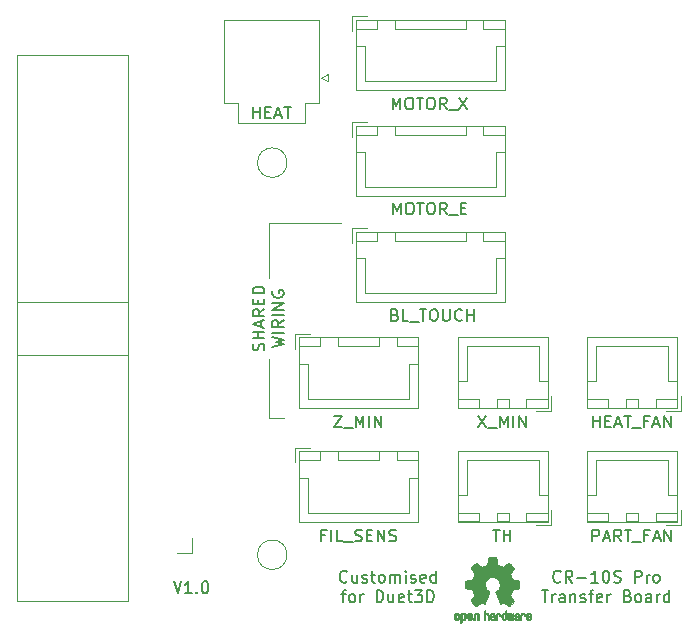
<source format=gto>
G04 #@! TF.GenerationSoftware,KiCad,Pcbnew,(5.1.9)-1*
G04 #@! TF.CreationDate,2021-04-19T10:33:25-04:00*
G04 #@! TF.ProjectId,Transfer_Board,5472616e-7366-4657-925f-426f6172642e,rev?*
G04 #@! TF.SameCoordinates,Original*
G04 #@! TF.FileFunction,Legend,Top*
G04 #@! TF.FilePolarity,Positive*
%FSLAX46Y46*%
G04 Gerber Fmt 4.6, Leading zero omitted, Abs format (unit mm)*
G04 Created by KiCad (PCBNEW (5.1.9)-1) date 2021-04-19 10:33:25*
%MOMM*%
%LPD*%
G01*
G04 APERTURE LIST*
%ADD10C,0.150000*%
%ADD11C,0.120000*%
%ADD12C,0.010000*%
G04 APERTURE END LIST*
D10*
X107251690Y-95146880D02*
X107585023Y-96146880D01*
X107918357Y-95146880D01*
X108775500Y-96146880D02*
X108204071Y-96146880D01*
X108489785Y-96146880D02*
X108489785Y-95146880D01*
X108394547Y-95289738D01*
X108299309Y-95384976D01*
X108204071Y-95432595D01*
X109204071Y-96051642D02*
X109251690Y-96099261D01*
X109204071Y-96146880D01*
X109156452Y-96099261D01*
X109204071Y-96051642D01*
X109204071Y-96146880D01*
X109870738Y-95146880D02*
X109965976Y-95146880D01*
X110061214Y-95194500D01*
X110108833Y-95242119D01*
X110156452Y-95337357D01*
X110204071Y-95527833D01*
X110204071Y-95765928D01*
X110156452Y-95956404D01*
X110108833Y-96051642D01*
X110061214Y-96099261D01*
X109965976Y-96146880D01*
X109870738Y-96146880D01*
X109775500Y-96099261D01*
X109727880Y-96051642D01*
X109680261Y-95956404D01*
X109632642Y-95765928D01*
X109632642Y-95527833D01*
X109680261Y-95337357D01*
X109727880Y-95242119D01*
X109775500Y-95194500D01*
X109870738Y-95146880D01*
X114895761Y-75588476D02*
X114943380Y-75445619D01*
X114943380Y-75207523D01*
X114895761Y-75112285D01*
X114848142Y-75064666D01*
X114752904Y-75017047D01*
X114657666Y-75017047D01*
X114562428Y-75064666D01*
X114514809Y-75112285D01*
X114467190Y-75207523D01*
X114419571Y-75398000D01*
X114371952Y-75493238D01*
X114324333Y-75540857D01*
X114229095Y-75588476D01*
X114133857Y-75588476D01*
X114038619Y-75540857D01*
X113991000Y-75493238D01*
X113943380Y-75398000D01*
X113943380Y-75159904D01*
X113991000Y-75017047D01*
X114943380Y-74588476D02*
X113943380Y-74588476D01*
X114419571Y-74588476D02*
X114419571Y-74017047D01*
X114943380Y-74017047D02*
X113943380Y-74017047D01*
X114657666Y-73588476D02*
X114657666Y-73112285D01*
X114943380Y-73683714D02*
X113943380Y-73350380D01*
X114943380Y-73017047D01*
X114943380Y-72112285D02*
X114467190Y-72445619D01*
X114943380Y-72683714D02*
X113943380Y-72683714D01*
X113943380Y-72302761D01*
X113991000Y-72207523D01*
X114038619Y-72159904D01*
X114133857Y-72112285D01*
X114276714Y-72112285D01*
X114371952Y-72159904D01*
X114419571Y-72207523D01*
X114467190Y-72302761D01*
X114467190Y-72683714D01*
X114419571Y-71683714D02*
X114419571Y-71350380D01*
X114943380Y-71207523D02*
X114943380Y-71683714D01*
X113943380Y-71683714D01*
X113943380Y-71207523D01*
X114943380Y-70778952D02*
X113943380Y-70778952D01*
X113943380Y-70540857D01*
X113991000Y-70398000D01*
X114086238Y-70302761D01*
X114181476Y-70255142D01*
X114371952Y-70207523D01*
X114514809Y-70207523D01*
X114705285Y-70255142D01*
X114800523Y-70302761D01*
X114895761Y-70398000D01*
X114943380Y-70540857D01*
X114943380Y-70778952D01*
X115593380Y-75326571D02*
X116593380Y-75088476D01*
X115879095Y-74898000D01*
X116593380Y-74707523D01*
X115593380Y-74469428D01*
X116593380Y-74088476D02*
X115593380Y-74088476D01*
X116593380Y-73040857D02*
X116117190Y-73374190D01*
X116593380Y-73612285D02*
X115593380Y-73612285D01*
X115593380Y-73231333D01*
X115641000Y-73136095D01*
X115688619Y-73088476D01*
X115783857Y-73040857D01*
X115926714Y-73040857D01*
X116021952Y-73088476D01*
X116069571Y-73136095D01*
X116117190Y-73231333D01*
X116117190Y-73612285D01*
X116593380Y-72612285D02*
X115593380Y-72612285D01*
X116593380Y-72136095D02*
X115593380Y-72136095D01*
X116593380Y-71564666D01*
X115593380Y-71564666D01*
X115641000Y-70564666D02*
X115593380Y-70659904D01*
X115593380Y-70802761D01*
X115641000Y-70945619D01*
X115736238Y-71040857D01*
X115831476Y-71088476D01*
X116021952Y-71136095D01*
X116164809Y-71136095D01*
X116355285Y-71088476D01*
X116450523Y-71040857D01*
X116545761Y-70945619D01*
X116593380Y-70802761D01*
X116593380Y-70707523D01*
X116545761Y-70564666D01*
X116498142Y-70517047D01*
X116164809Y-70517047D01*
X116164809Y-70707523D01*
D11*
X115316000Y-81280000D02*
X116586000Y-81280000D01*
X115316000Y-77470000D02*
X115316000Y-81280000D01*
X115316000Y-64770000D02*
X121412000Y-64770000D01*
X115316000Y-68580000D02*
X115316000Y-64770000D01*
X115316000Y-76327000D02*
X115316000Y-77470000D01*
X115316000Y-69469000D02*
X115316000Y-68580000D01*
D10*
X121936309Y-95163142D02*
X121888690Y-95210761D01*
X121745833Y-95258380D01*
X121650595Y-95258380D01*
X121507738Y-95210761D01*
X121412500Y-95115523D01*
X121364880Y-95020285D01*
X121317261Y-94829809D01*
X121317261Y-94686952D01*
X121364880Y-94496476D01*
X121412500Y-94401238D01*
X121507738Y-94306000D01*
X121650595Y-94258380D01*
X121745833Y-94258380D01*
X121888690Y-94306000D01*
X121936309Y-94353619D01*
X122793452Y-94591714D02*
X122793452Y-95258380D01*
X122364880Y-94591714D02*
X122364880Y-95115523D01*
X122412500Y-95210761D01*
X122507738Y-95258380D01*
X122650595Y-95258380D01*
X122745833Y-95210761D01*
X122793452Y-95163142D01*
X123222023Y-95210761D02*
X123317261Y-95258380D01*
X123507738Y-95258380D01*
X123602976Y-95210761D01*
X123650595Y-95115523D01*
X123650595Y-95067904D01*
X123602976Y-94972666D01*
X123507738Y-94925047D01*
X123364880Y-94925047D01*
X123269642Y-94877428D01*
X123222023Y-94782190D01*
X123222023Y-94734571D01*
X123269642Y-94639333D01*
X123364880Y-94591714D01*
X123507738Y-94591714D01*
X123602976Y-94639333D01*
X123936309Y-94591714D02*
X124317261Y-94591714D01*
X124079166Y-94258380D02*
X124079166Y-95115523D01*
X124126785Y-95210761D01*
X124222023Y-95258380D01*
X124317261Y-95258380D01*
X124793452Y-95258380D02*
X124698214Y-95210761D01*
X124650595Y-95163142D01*
X124602976Y-95067904D01*
X124602976Y-94782190D01*
X124650595Y-94686952D01*
X124698214Y-94639333D01*
X124793452Y-94591714D01*
X124936309Y-94591714D01*
X125031547Y-94639333D01*
X125079166Y-94686952D01*
X125126785Y-94782190D01*
X125126785Y-95067904D01*
X125079166Y-95163142D01*
X125031547Y-95210761D01*
X124936309Y-95258380D01*
X124793452Y-95258380D01*
X125555357Y-95258380D02*
X125555357Y-94591714D01*
X125555357Y-94686952D02*
X125602976Y-94639333D01*
X125698214Y-94591714D01*
X125841071Y-94591714D01*
X125936309Y-94639333D01*
X125983928Y-94734571D01*
X125983928Y-95258380D01*
X125983928Y-94734571D02*
X126031547Y-94639333D01*
X126126785Y-94591714D01*
X126269642Y-94591714D01*
X126364880Y-94639333D01*
X126412500Y-94734571D01*
X126412500Y-95258380D01*
X126888690Y-95258380D02*
X126888690Y-94591714D01*
X126888690Y-94258380D02*
X126841071Y-94306000D01*
X126888690Y-94353619D01*
X126936309Y-94306000D01*
X126888690Y-94258380D01*
X126888690Y-94353619D01*
X127317261Y-95210761D02*
X127412500Y-95258380D01*
X127602976Y-95258380D01*
X127698214Y-95210761D01*
X127745833Y-95115523D01*
X127745833Y-95067904D01*
X127698214Y-94972666D01*
X127602976Y-94925047D01*
X127460119Y-94925047D01*
X127364880Y-94877428D01*
X127317261Y-94782190D01*
X127317261Y-94734571D01*
X127364880Y-94639333D01*
X127460119Y-94591714D01*
X127602976Y-94591714D01*
X127698214Y-94639333D01*
X128555357Y-95210761D02*
X128460119Y-95258380D01*
X128269642Y-95258380D01*
X128174404Y-95210761D01*
X128126785Y-95115523D01*
X128126785Y-94734571D01*
X128174404Y-94639333D01*
X128269642Y-94591714D01*
X128460119Y-94591714D01*
X128555357Y-94639333D01*
X128602976Y-94734571D01*
X128602976Y-94829809D01*
X128126785Y-94925047D01*
X129460119Y-95258380D02*
X129460119Y-94258380D01*
X129460119Y-95210761D02*
X129364880Y-95258380D01*
X129174404Y-95258380D01*
X129079166Y-95210761D01*
X129031547Y-95163142D01*
X128983928Y-95067904D01*
X128983928Y-94782190D01*
X129031547Y-94686952D01*
X129079166Y-94639333D01*
X129174404Y-94591714D01*
X129364880Y-94591714D01*
X129460119Y-94639333D01*
X121436309Y-96241714D02*
X121817261Y-96241714D01*
X121579166Y-96908380D02*
X121579166Y-96051238D01*
X121626785Y-95956000D01*
X121722023Y-95908380D01*
X121817261Y-95908380D01*
X122293452Y-96908380D02*
X122198214Y-96860761D01*
X122150595Y-96813142D01*
X122102976Y-96717904D01*
X122102976Y-96432190D01*
X122150595Y-96336952D01*
X122198214Y-96289333D01*
X122293452Y-96241714D01*
X122436309Y-96241714D01*
X122531547Y-96289333D01*
X122579166Y-96336952D01*
X122626785Y-96432190D01*
X122626785Y-96717904D01*
X122579166Y-96813142D01*
X122531547Y-96860761D01*
X122436309Y-96908380D01*
X122293452Y-96908380D01*
X123055357Y-96908380D02*
X123055357Y-96241714D01*
X123055357Y-96432190D02*
X123102976Y-96336952D01*
X123150595Y-96289333D01*
X123245833Y-96241714D01*
X123341071Y-96241714D01*
X124436309Y-96908380D02*
X124436309Y-95908380D01*
X124674404Y-95908380D01*
X124817261Y-95956000D01*
X124912500Y-96051238D01*
X124960119Y-96146476D01*
X125007738Y-96336952D01*
X125007738Y-96479809D01*
X124960119Y-96670285D01*
X124912500Y-96765523D01*
X124817261Y-96860761D01*
X124674404Y-96908380D01*
X124436309Y-96908380D01*
X125864880Y-96241714D02*
X125864880Y-96908380D01*
X125436309Y-96241714D02*
X125436309Y-96765523D01*
X125483928Y-96860761D01*
X125579166Y-96908380D01*
X125722023Y-96908380D01*
X125817261Y-96860761D01*
X125864880Y-96813142D01*
X126722023Y-96860761D02*
X126626785Y-96908380D01*
X126436309Y-96908380D01*
X126341071Y-96860761D01*
X126293452Y-96765523D01*
X126293452Y-96384571D01*
X126341071Y-96289333D01*
X126436309Y-96241714D01*
X126626785Y-96241714D01*
X126722023Y-96289333D01*
X126769642Y-96384571D01*
X126769642Y-96479809D01*
X126293452Y-96575047D01*
X127055357Y-96241714D02*
X127436309Y-96241714D01*
X127198214Y-95908380D02*
X127198214Y-96765523D01*
X127245833Y-96860761D01*
X127341071Y-96908380D01*
X127436309Y-96908380D01*
X127674404Y-95908380D02*
X128293452Y-95908380D01*
X127960119Y-96289333D01*
X128102976Y-96289333D01*
X128198214Y-96336952D01*
X128245833Y-96384571D01*
X128293452Y-96479809D01*
X128293452Y-96717904D01*
X128245833Y-96813142D01*
X128198214Y-96860761D01*
X128102976Y-96908380D01*
X127817261Y-96908380D01*
X127722023Y-96860761D01*
X127674404Y-96813142D01*
X128722023Y-96908380D02*
X128722023Y-95908380D01*
X128960119Y-95908380D01*
X129102976Y-95956000D01*
X129198214Y-96051238D01*
X129245833Y-96146476D01*
X129293452Y-96336952D01*
X129293452Y-96479809D01*
X129245833Y-96670285D01*
X129198214Y-96765523D01*
X129102976Y-96860761D01*
X128960119Y-96908380D01*
X128722023Y-96908380D01*
X140010047Y-95163142D02*
X139962428Y-95210761D01*
X139819571Y-95258380D01*
X139724333Y-95258380D01*
X139581476Y-95210761D01*
X139486238Y-95115523D01*
X139438619Y-95020285D01*
X139391000Y-94829809D01*
X139391000Y-94686952D01*
X139438619Y-94496476D01*
X139486238Y-94401238D01*
X139581476Y-94306000D01*
X139724333Y-94258380D01*
X139819571Y-94258380D01*
X139962428Y-94306000D01*
X140010047Y-94353619D01*
X141010047Y-95258380D02*
X140676714Y-94782190D01*
X140438619Y-95258380D02*
X140438619Y-94258380D01*
X140819571Y-94258380D01*
X140914809Y-94306000D01*
X140962428Y-94353619D01*
X141010047Y-94448857D01*
X141010047Y-94591714D01*
X140962428Y-94686952D01*
X140914809Y-94734571D01*
X140819571Y-94782190D01*
X140438619Y-94782190D01*
X141438619Y-94877428D02*
X142200523Y-94877428D01*
X143200523Y-95258380D02*
X142629095Y-95258380D01*
X142914809Y-95258380D02*
X142914809Y-94258380D01*
X142819571Y-94401238D01*
X142724333Y-94496476D01*
X142629095Y-94544095D01*
X143819571Y-94258380D02*
X143914809Y-94258380D01*
X144010047Y-94306000D01*
X144057666Y-94353619D01*
X144105285Y-94448857D01*
X144152904Y-94639333D01*
X144152904Y-94877428D01*
X144105285Y-95067904D01*
X144057666Y-95163142D01*
X144010047Y-95210761D01*
X143914809Y-95258380D01*
X143819571Y-95258380D01*
X143724333Y-95210761D01*
X143676714Y-95163142D01*
X143629095Y-95067904D01*
X143581476Y-94877428D01*
X143581476Y-94639333D01*
X143629095Y-94448857D01*
X143676714Y-94353619D01*
X143724333Y-94306000D01*
X143819571Y-94258380D01*
X144533857Y-95210761D02*
X144676714Y-95258380D01*
X144914809Y-95258380D01*
X145010047Y-95210761D01*
X145057666Y-95163142D01*
X145105285Y-95067904D01*
X145105285Y-94972666D01*
X145057666Y-94877428D01*
X145010047Y-94829809D01*
X144914809Y-94782190D01*
X144724333Y-94734571D01*
X144629095Y-94686952D01*
X144581476Y-94639333D01*
X144533857Y-94544095D01*
X144533857Y-94448857D01*
X144581476Y-94353619D01*
X144629095Y-94306000D01*
X144724333Y-94258380D01*
X144962428Y-94258380D01*
X145105285Y-94306000D01*
X146295761Y-95258380D02*
X146295761Y-94258380D01*
X146676714Y-94258380D01*
X146771952Y-94306000D01*
X146819571Y-94353619D01*
X146867190Y-94448857D01*
X146867190Y-94591714D01*
X146819571Y-94686952D01*
X146771952Y-94734571D01*
X146676714Y-94782190D01*
X146295761Y-94782190D01*
X147295761Y-95258380D02*
X147295761Y-94591714D01*
X147295761Y-94782190D02*
X147343380Y-94686952D01*
X147391000Y-94639333D01*
X147486238Y-94591714D01*
X147581476Y-94591714D01*
X148057666Y-95258380D02*
X147962428Y-95210761D01*
X147914809Y-95163142D01*
X147867190Y-95067904D01*
X147867190Y-94782190D01*
X147914809Y-94686952D01*
X147962428Y-94639333D01*
X148057666Y-94591714D01*
X148200523Y-94591714D01*
X148295761Y-94639333D01*
X148343380Y-94686952D01*
X148391000Y-94782190D01*
X148391000Y-95067904D01*
X148343380Y-95163142D01*
X148295761Y-95210761D01*
X148200523Y-95258380D01*
X148057666Y-95258380D01*
X138414809Y-95908380D02*
X138986238Y-95908380D01*
X138700523Y-96908380D02*
X138700523Y-95908380D01*
X139319571Y-96908380D02*
X139319571Y-96241714D01*
X139319571Y-96432190D02*
X139367190Y-96336952D01*
X139414809Y-96289333D01*
X139510047Y-96241714D01*
X139605285Y-96241714D01*
X140367190Y-96908380D02*
X140367190Y-96384571D01*
X140319571Y-96289333D01*
X140224333Y-96241714D01*
X140033857Y-96241714D01*
X139938619Y-96289333D01*
X140367190Y-96860761D02*
X140271952Y-96908380D01*
X140033857Y-96908380D01*
X139938619Y-96860761D01*
X139891000Y-96765523D01*
X139891000Y-96670285D01*
X139938619Y-96575047D01*
X140033857Y-96527428D01*
X140271952Y-96527428D01*
X140367190Y-96479809D01*
X140843380Y-96241714D02*
X140843380Y-96908380D01*
X140843380Y-96336952D02*
X140891000Y-96289333D01*
X140986238Y-96241714D01*
X141129095Y-96241714D01*
X141224333Y-96289333D01*
X141271952Y-96384571D01*
X141271952Y-96908380D01*
X141700523Y-96860761D02*
X141795761Y-96908380D01*
X141986238Y-96908380D01*
X142081476Y-96860761D01*
X142129095Y-96765523D01*
X142129095Y-96717904D01*
X142081476Y-96622666D01*
X141986238Y-96575047D01*
X141843380Y-96575047D01*
X141748142Y-96527428D01*
X141700523Y-96432190D01*
X141700523Y-96384571D01*
X141748142Y-96289333D01*
X141843380Y-96241714D01*
X141986238Y-96241714D01*
X142081476Y-96289333D01*
X142414809Y-96241714D02*
X142795761Y-96241714D01*
X142557666Y-96908380D02*
X142557666Y-96051238D01*
X142605285Y-95956000D01*
X142700523Y-95908380D01*
X142795761Y-95908380D01*
X143510047Y-96860761D02*
X143414809Y-96908380D01*
X143224333Y-96908380D01*
X143129095Y-96860761D01*
X143081476Y-96765523D01*
X143081476Y-96384571D01*
X143129095Y-96289333D01*
X143224333Y-96241714D01*
X143414809Y-96241714D01*
X143510047Y-96289333D01*
X143557666Y-96384571D01*
X143557666Y-96479809D01*
X143081476Y-96575047D01*
X143986238Y-96908380D02*
X143986238Y-96241714D01*
X143986238Y-96432190D02*
X144033857Y-96336952D01*
X144081476Y-96289333D01*
X144176714Y-96241714D01*
X144271952Y-96241714D01*
X145700523Y-96384571D02*
X145843380Y-96432190D01*
X145891000Y-96479809D01*
X145938619Y-96575047D01*
X145938619Y-96717904D01*
X145891000Y-96813142D01*
X145843380Y-96860761D01*
X145748142Y-96908380D01*
X145367190Y-96908380D01*
X145367190Y-95908380D01*
X145700523Y-95908380D01*
X145795761Y-95956000D01*
X145843380Y-96003619D01*
X145891000Y-96098857D01*
X145891000Y-96194095D01*
X145843380Y-96289333D01*
X145795761Y-96336952D01*
X145700523Y-96384571D01*
X145367190Y-96384571D01*
X146510047Y-96908380D02*
X146414809Y-96860761D01*
X146367190Y-96813142D01*
X146319571Y-96717904D01*
X146319571Y-96432190D01*
X146367190Y-96336952D01*
X146414809Y-96289333D01*
X146510047Y-96241714D01*
X146652904Y-96241714D01*
X146748142Y-96289333D01*
X146795761Y-96336952D01*
X146843380Y-96432190D01*
X146843380Y-96717904D01*
X146795761Y-96813142D01*
X146748142Y-96860761D01*
X146652904Y-96908380D01*
X146510047Y-96908380D01*
X147700523Y-96908380D02*
X147700523Y-96384571D01*
X147652904Y-96289333D01*
X147557666Y-96241714D01*
X147367190Y-96241714D01*
X147271952Y-96289333D01*
X147700523Y-96860761D02*
X147605285Y-96908380D01*
X147367190Y-96908380D01*
X147271952Y-96860761D01*
X147224333Y-96765523D01*
X147224333Y-96670285D01*
X147271952Y-96575047D01*
X147367190Y-96527428D01*
X147605285Y-96527428D01*
X147700523Y-96479809D01*
X148176714Y-96908380D02*
X148176714Y-96241714D01*
X148176714Y-96432190D02*
X148224333Y-96336952D01*
X148271952Y-96289333D01*
X148367190Y-96241714D01*
X148462428Y-96241714D01*
X149224333Y-96908380D02*
X149224333Y-95908380D01*
X149224333Y-96860761D02*
X149129095Y-96908380D01*
X148938619Y-96908380D01*
X148843380Y-96860761D01*
X148795761Y-96813142D01*
X148748142Y-96717904D01*
X148748142Y-96432190D01*
X148795761Y-96336952D01*
X148843380Y-96289333D01*
X148938619Y-96241714D01*
X149129095Y-96241714D01*
X149224333Y-96289333D01*
D12*
G36*
X134342910Y-93127348D02*
G01*
X134421454Y-93127778D01*
X134478298Y-93128942D01*
X134517105Y-93131207D01*
X134541538Y-93134940D01*
X134555262Y-93140506D01*
X134561940Y-93148273D01*
X134565236Y-93158605D01*
X134565556Y-93159943D01*
X134570562Y-93184079D01*
X134579829Y-93231701D01*
X134592392Y-93297741D01*
X134607287Y-93377128D01*
X134623551Y-93464796D01*
X134624119Y-93467875D01*
X134640410Y-93553789D01*
X134655652Y-93629696D01*
X134668861Y-93691045D01*
X134679054Y-93733282D01*
X134685248Y-93751855D01*
X134685543Y-93752184D01*
X134703788Y-93761253D01*
X134741405Y-93776367D01*
X134790271Y-93794262D01*
X134790543Y-93794358D01*
X134852093Y-93817493D01*
X134924657Y-93846965D01*
X134993057Y-93876597D01*
X134996294Y-93878062D01*
X135107702Y-93928626D01*
X135354399Y-93760160D01*
X135430077Y-93708803D01*
X135498631Y-93662889D01*
X135556088Y-93625030D01*
X135598476Y-93597837D01*
X135621825Y-93583921D01*
X135624042Y-93582889D01*
X135641010Y-93587484D01*
X135672701Y-93609655D01*
X135720352Y-93650447D01*
X135785198Y-93710905D01*
X135851397Y-93775227D01*
X135915214Y-93838612D01*
X135972329Y-93896451D01*
X136019305Y-93945175D01*
X136052703Y-93981210D01*
X136069085Y-94000984D01*
X136069694Y-94002002D01*
X136071505Y-94015572D01*
X136064683Y-94037733D01*
X136047540Y-94071478D01*
X136018393Y-94119800D01*
X135975555Y-94185692D01*
X135918448Y-94270517D01*
X135867766Y-94345177D01*
X135822461Y-94412140D01*
X135785150Y-94467516D01*
X135758452Y-94507420D01*
X135744985Y-94527962D01*
X135744137Y-94529356D01*
X135745781Y-94549038D01*
X135758245Y-94587293D01*
X135779048Y-94636889D01*
X135786462Y-94652728D01*
X135818814Y-94723290D01*
X135853328Y-94803353D01*
X135881365Y-94872629D01*
X135901568Y-94924045D01*
X135917615Y-94963119D01*
X135926888Y-94983541D01*
X135928041Y-94985114D01*
X135945096Y-94987721D01*
X135985298Y-94994863D01*
X136043302Y-95005523D01*
X136113763Y-95018685D01*
X136191335Y-95033333D01*
X136270672Y-95048449D01*
X136346431Y-95063018D01*
X136413264Y-95076022D01*
X136465828Y-95086445D01*
X136498776Y-95093270D01*
X136506857Y-95095199D01*
X136515205Y-95099962D01*
X136521506Y-95110718D01*
X136526045Y-95131098D01*
X136529104Y-95164734D01*
X136530967Y-95215255D01*
X136531918Y-95286292D01*
X136532240Y-95381476D01*
X136532257Y-95420492D01*
X136532257Y-95737799D01*
X136456057Y-95752839D01*
X136413663Y-95760995D01*
X136350400Y-95772899D01*
X136273962Y-95787116D01*
X136192043Y-95802210D01*
X136169400Y-95806355D01*
X136093806Y-95821053D01*
X136027953Y-95835505D01*
X135977366Y-95848375D01*
X135947574Y-95858322D01*
X135942612Y-95861287D01*
X135930426Y-95882283D01*
X135912953Y-95922967D01*
X135893577Y-95975322D01*
X135889734Y-95986600D01*
X135864339Y-96056523D01*
X135832817Y-96135418D01*
X135801969Y-96206266D01*
X135801817Y-96206595D01*
X135750447Y-96317733D01*
X135919399Y-96566253D01*
X136088352Y-96814772D01*
X135871429Y-97032058D01*
X135805819Y-97096726D01*
X135745979Y-97153733D01*
X135695267Y-97200033D01*
X135657046Y-97232584D01*
X135634675Y-97248343D01*
X135631466Y-97249343D01*
X135612626Y-97241469D01*
X135574180Y-97219578D01*
X135520330Y-97186267D01*
X135455276Y-97144131D01*
X135384940Y-97096943D01*
X135313555Y-97048810D01*
X135249908Y-97006928D01*
X135198041Y-96973871D01*
X135161995Y-96952218D01*
X135145867Y-96944543D01*
X135126189Y-96951037D01*
X135088875Y-96968150D01*
X135041621Y-96992326D01*
X135036612Y-96995013D01*
X134972977Y-97026927D01*
X134929341Y-97042579D01*
X134902202Y-97042745D01*
X134888057Y-97028204D01*
X134887975Y-97028000D01*
X134880905Y-97010779D01*
X134864042Y-96969899D01*
X134838695Y-96908525D01*
X134806171Y-96829819D01*
X134767778Y-96736947D01*
X134724822Y-96633072D01*
X134683222Y-96532502D01*
X134637504Y-96421516D01*
X134595526Y-96318703D01*
X134558548Y-96227215D01*
X134527827Y-96150201D01*
X134504622Y-96090815D01*
X134490190Y-96052209D01*
X134485743Y-96037800D01*
X134496896Y-96021272D01*
X134526069Y-95994930D01*
X134564971Y-95965887D01*
X134675757Y-95874039D01*
X134762351Y-95768759D01*
X134823716Y-95652266D01*
X134858815Y-95526776D01*
X134866608Y-95394507D01*
X134860943Y-95333457D01*
X134830078Y-95206795D01*
X134776920Y-95094941D01*
X134704767Y-94999001D01*
X134616917Y-94920076D01*
X134516665Y-94859270D01*
X134407310Y-94817687D01*
X134292147Y-94796428D01*
X134174475Y-94796599D01*
X134057590Y-94819301D01*
X133944789Y-94865638D01*
X133839369Y-94936713D01*
X133795368Y-94976911D01*
X133710979Y-95080129D01*
X133652222Y-95192925D01*
X133618704Y-95312010D01*
X133610035Y-95434095D01*
X133625823Y-95555893D01*
X133665678Y-95674116D01*
X133729207Y-95785475D01*
X133816021Y-95886684D01*
X133913029Y-95965887D01*
X133953437Y-95996162D01*
X133981982Y-96022219D01*
X133992257Y-96037825D01*
X133986877Y-96054843D01*
X133971575Y-96095500D01*
X133947612Y-96156642D01*
X133916244Y-96235119D01*
X133878732Y-96327780D01*
X133836333Y-96431472D01*
X133794663Y-96532526D01*
X133748690Y-96643607D01*
X133706107Y-96746541D01*
X133668221Y-96838165D01*
X133636340Y-96915316D01*
X133611771Y-96974831D01*
X133595820Y-97013544D01*
X133589910Y-97028000D01*
X133575948Y-97042685D01*
X133548940Y-97042642D01*
X133505413Y-97027099D01*
X133441890Y-96995284D01*
X133441388Y-96995013D01*
X133393560Y-96970323D01*
X133354897Y-96952338D01*
X133333095Y-96944614D01*
X133332133Y-96944543D01*
X133315721Y-96952378D01*
X133279487Y-96974165D01*
X133227474Y-97007328D01*
X133163725Y-97049291D01*
X133093060Y-97096943D01*
X133021116Y-97145191D01*
X132956274Y-97187151D01*
X132902735Y-97220227D01*
X132864697Y-97241821D01*
X132846533Y-97249343D01*
X132829808Y-97239457D01*
X132796180Y-97211826D01*
X132749010Y-97169495D01*
X132691658Y-97115505D01*
X132627484Y-97052899D01*
X132606497Y-97031983D01*
X132389499Y-96814623D01*
X132554668Y-96572220D01*
X132604864Y-96497781D01*
X132648919Y-96430972D01*
X132684362Y-96375665D01*
X132708719Y-96335729D01*
X132719522Y-96315036D01*
X132719838Y-96313563D01*
X132714143Y-96294058D01*
X132698826Y-96254822D01*
X132676537Y-96202430D01*
X132660893Y-96167355D01*
X132631641Y-96100201D01*
X132604094Y-96032358D01*
X132582737Y-95975034D01*
X132576935Y-95957572D01*
X132560452Y-95910938D01*
X132544340Y-95874905D01*
X132535490Y-95861287D01*
X132515960Y-95852952D01*
X132473334Y-95841137D01*
X132413145Y-95827181D01*
X132340922Y-95812422D01*
X132308600Y-95806355D01*
X132226522Y-95791273D01*
X132147795Y-95776669D01*
X132080109Y-95763980D01*
X132031160Y-95754642D01*
X132021943Y-95752839D01*
X131945743Y-95737799D01*
X131945743Y-95420492D01*
X131945914Y-95316154D01*
X131946616Y-95237213D01*
X131948134Y-95180038D01*
X131950749Y-95140999D01*
X131954746Y-95116465D01*
X131960409Y-95102805D01*
X131968020Y-95096389D01*
X131971143Y-95095199D01*
X131989978Y-95090980D01*
X132031588Y-95082562D01*
X132090630Y-95070961D01*
X132161757Y-95057195D01*
X132239625Y-95042280D01*
X132318887Y-95027232D01*
X132394198Y-95013069D01*
X132460213Y-95000806D01*
X132511587Y-94991461D01*
X132542975Y-94986050D01*
X132549959Y-94985114D01*
X132556285Y-94972596D01*
X132570290Y-94939246D01*
X132589355Y-94891377D01*
X132596634Y-94872629D01*
X132625996Y-94800195D01*
X132660571Y-94720170D01*
X132691537Y-94652728D01*
X132714323Y-94601159D01*
X132729482Y-94558785D01*
X132734542Y-94532834D01*
X132733736Y-94529356D01*
X132723041Y-94512936D01*
X132698620Y-94476417D01*
X132663095Y-94423687D01*
X132619087Y-94358635D01*
X132569217Y-94285151D01*
X132559356Y-94270645D01*
X132501492Y-94184704D01*
X132458956Y-94119261D01*
X132430054Y-94071304D01*
X132413090Y-94037820D01*
X132406367Y-94015795D01*
X132408190Y-94002217D01*
X132408236Y-94002131D01*
X132422586Y-93984297D01*
X132454323Y-93949817D01*
X132500010Y-93902268D01*
X132556204Y-93845222D01*
X132619468Y-93782255D01*
X132626602Y-93775227D01*
X132706330Y-93698020D01*
X132767857Y-93641330D01*
X132812421Y-93604110D01*
X132841257Y-93585315D01*
X132853958Y-93582889D01*
X132872494Y-93593471D01*
X132910961Y-93617916D01*
X132965386Y-93653612D01*
X133031798Y-93697947D01*
X133106225Y-93748311D01*
X133123601Y-93760160D01*
X133370297Y-93928626D01*
X133481706Y-93878062D01*
X133549457Y-93848595D01*
X133622183Y-93818959D01*
X133684703Y-93795330D01*
X133687457Y-93794358D01*
X133736360Y-93776457D01*
X133774057Y-93761320D01*
X133792425Y-93752210D01*
X133792456Y-93752184D01*
X133798285Y-93735717D01*
X133808192Y-93695219D01*
X133821195Y-93635242D01*
X133836309Y-93560340D01*
X133852552Y-93475064D01*
X133853881Y-93467875D01*
X133870175Y-93380014D01*
X133885133Y-93300260D01*
X133897791Y-93233681D01*
X133907186Y-93185347D01*
X133912354Y-93160325D01*
X133912444Y-93159943D01*
X133915589Y-93149299D01*
X133921704Y-93141262D01*
X133934453Y-93135467D01*
X133957500Y-93131547D01*
X133994509Y-93129135D01*
X134049144Y-93127865D01*
X134125067Y-93127371D01*
X134225944Y-93127286D01*
X134239000Y-93127286D01*
X134342910Y-93127348D01*
G37*
X134342910Y-93127348D02*
X134421454Y-93127778D01*
X134478298Y-93128942D01*
X134517105Y-93131207D01*
X134541538Y-93134940D01*
X134555262Y-93140506D01*
X134561940Y-93148273D01*
X134565236Y-93158605D01*
X134565556Y-93159943D01*
X134570562Y-93184079D01*
X134579829Y-93231701D01*
X134592392Y-93297741D01*
X134607287Y-93377128D01*
X134623551Y-93464796D01*
X134624119Y-93467875D01*
X134640410Y-93553789D01*
X134655652Y-93629696D01*
X134668861Y-93691045D01*
X134679054Y-93733282D01*
X134685248Y-93751855D01*
X134685543Y-93752184D01*
X134703788Y-93761253D01*
X134741405Y-93776367D01*
X134790271Y-93794262D01*
X134790543Y-93794358D01*
X134852093Y-93817493D01*
X134924657Y-93846965D01*
X134993057Y-93876597D01*
X134996294Y-93878062D01*
X135107702Y-93928626D01*
X135354399Y-93760160D01*
X135430077Y-93708803D01*
X135498631Y-93662889D01*
X135556088Y-93625030D01*
X135598476Y-93597837D01*
X135621825Y-93583921D01*
X135624042Y-93582889D01*
X135641010Y-93587484D01*
X135672701Y-93609655D01*
X135720352Y-93650447D01*
X135785198Y-93710905D01*
X135851397Y-93775227D01*
X135915214Y-93838612D01*
X135972329Y-93896451D01*
X136019305Y-93945175D01*
X136052703Y-93981210D01*
X136069085Y-94000984D01*
X136069694Y-94002002D01*
X136071505Y-94015572D01*
X136064683Y-94037733D01*
X136047540Y-94071478D01*
X136018393Y-94119800D01*
X135975555Y-94185692D01*
X135918448Y-94270517D01*
X135867766Y-94345177D01*
X135822461Y-94412140D01*
X135785150Y-94467516D01*
X135758452Y-94507420D01*
X135744985Y-94527962D01*
X135744137Y-94529356D01*
X135745781Y-94549038D01*
X135758245Y-94587293D01*
X135779048Y-94636889D01*
X135786462Y-94652728D01*
X135818814Y-94723290D01*
X135853328Y-94803353D01*
X135881365Y-94872629D01*
X135901568Y-94924045D01*
X135917615Y-94963119D01*
X135926888Y-94983541D01*
X135928041Y-94985114D01*
X135945096Y-94987721D01*
X135985298Y-94994863D01*
X136043302Y-95005523D01*
X136113763Y-95018685D01*
X136191335Y-95033333D01*
X136270672Y-95048449D01*
X136346431Y-95063018D01*
X136413264Y-95076022D01*
X136465828Y-95086445D01*
X136498776Y-95093270D01*
X136506857Y-95095199D01*
X136515205Y-95099962D01*
X136521506Y-95110718D01*
X136526045Y-95131098D01*
X136529104Y-95164734D01*
X136530967Y-95215255D01*
X136531918Y-95286292D01*
X136532240Y-95381476D01*
X136532257Y-95420492D01*
X136532257Y-95737799D01*
X136456057Y-95752839D01*
X136413663Y-95760995D01*
X136350400Y-95772899D01*
X136273962Y-95787116D01*
X136192043Y-95802210D01*
X136169400Y-95806355D01*
X136093806Y-95821053D01*
X136027953Y-95835505D01*
X135977366Y-95848375D01*
X135947574Y-95858322D01*
X135942612Y-95861287D01*
X135930426Y-95882283D01*
X135912953Y-95922967D01*
X135893577Y-95975322D01*
X135889734Y-95986600D01*
X135864339Y-96056523D01*
X135832817Y-96135418D01*
X135801969Y-96206266D01*
X135801817Y-96206595D01*
X135750447Y-96317733D01*
X135919399Y-96566253D01*
X136088352Y-96814772D01*
X135871429Y-97032058D01*
X135805819Y-97096726D01*
X135745979Y-97153733D01*
X135695267Y-97200033D01*
X135657046Y-97232584D01*
X135634675Y-97248343D01*
X135631466Y-97249343D01*
X135612626Y-97241469D01*
X135574180Y-97219578D01*
X135520330Y-97186267D01*
X135455276Y-97144131D01*
X135384940Y-97096943D01*
X135313555Y-97048810D01*
X135249908Y-97006928D01*
X135198041Y-96973871D01*
X135161995Y-96952218D01*
X135145867Y-96944543D01*
X135126189Y-96951037D01*
X135088875Y-96968150D01*
X135041621Y-96992326D01*
X135036612Y-96995013D01*
X134972977Y-97026927D01*
X134929341Y-97042579D01*
X134902202Y-97042745D01*
X134888057Y-97028204D01*
X134887975Y-97028000D01*
X134880905Y-97010779D01*
X134864042Y-96969899D01*
X134838695Y-96908525D01*
X134806171Y-96829819D01*
X134767778Y-96736947D01*
X134724822Y-96633072D01*
X134683222Y-96532502D01*
X134637504Y-96421516D01*
X134595526Y-96318703D01*
X134558548Y-96227215D01*
X134527827Y-96150201D01*
X134504622Y-96090815D01*
X134490190Y-96052209D01*
X134485743Y-96037800D01*
X134496896Y-96021272D01*
X134526069Y-95994930D01*
X134564971Y-95965887D01*
X134675757Y-95874039D01*
X134762351Y-95768759D01*
X134823716Y-95652266D01*
X134858815Y-95526776D01*
X134866608Y-95394507D01*
X134860943Y-95333457D01*
X134830078Y-95206795D01*
X134776920Y-95094941D01*
X134704767Y-94999001D01*
X134616917Y-94920076D01*
X134516665Y-94859270D01*
X134407310Y-94817687D01*
X134292147Y-94796428D01*
X134174475Y-94796599D01*
X134057590Y-94819301D01*
X133944789Y-94865638D01*
X133839369Y-94936713D01*
X133795368Y-94976911D01*
X133710979Y-95080129D01*
X133652222Y-95192925D01*
X133618704Y-95312010D01*
X133610035Y-95434095D01*
X133625823Y-95555893D01*
X133665678Y-95674116D01*
X133729207Y-95785475D01*
X133816021Y-95886684D01*
X133913029Y-95965887D01*
X133953437Y-95996162D01*
X133981982Y-96022219D01*
X133992257Y-96037825D01*
X133986877Y-96054843D01*
X133971575Y-96095500D01*
X133947612Y-96156642D01*
X133916244Y-96235119D01*
X133878732Y-96327780D01*
X133836333Y-96431472D01*
X133794663Y-96532526D01*
X133748690Y-96643607D01*
X133706107Y-96746541D01*
X133668221Y-96838165D01*
X133636340Y-96915316D01*
X133611771Y-96974831D01*
X133595820Y-97013544D01*
X133589910Y-97028000D01*
X133575948Y-97042685D01*
X133548940Y-97042642D01*
X133505413Y-97027099D01*
X133441890Y-96995284D01*
X133441388Y-96995013D01*
X133393560Y-96970323D01*
X133354897Y-96952338D01*
X133333095Y-96944614D01*
X133332133Y-96944543D01*
X133315721Y-96952378D01*
X133279487Y-96974165D01*
X133227474Y-97007328D01*
X133163725Y-97049291D01*
X133093060Y-97096943D01*
X133021116Y-97145191D01*
X132956274Y-97187151D01*
X132902735Y-97220227D01*
X132864697Y-97241821D01*
X132846533Y-97249343D01*
X132829808Y-97239457D01*
X132796180Y-97211826D01*
X132749010Y-97169495D01*
X132691658Y-97115505D01*
X132627484Y-97052899D01*
X132606497Y-97031983D01*
X132389499Y-96814623D01*
X132554668Y-96572220D01*
X132604864Y-96497781D01*
X132648919Y-96430972D01*
X132684362Y-96375665D01*
X132708719Y-96335729D01*
X132719522Y-96315036D01*
X132719838Y-96313563D01*
X132714143Y-96294058D01*
X132698826Y-96254822D01*
X132676537Y-96202430D01*
X132660893Y-96167355D01*
X132631641Y-96100201D01*
X132604094Y-96032358D01*
X132582737Y-95975034D01*
X132576935Y-95957572D01*
X132560452Y-95910938D01*
X132544340Y-95874905D01*
X132535490Y-95861287D01*
X132515960Y-95852952D01*
X132473334Y-95841137D01*
X132413145Y-95827181D01*
X132340922Y-95812422D01*
X132308600Y-95806355D01*
X132226522Y-95791273D01*
X132147795Y-95776669D01*
X132080109Y-95763980D01*
X132031160Y-95754642D01*
X132021943Y-95752839D01*
X131945743Y-95737799D01*
X131945743Y-95420492D01*
X131945914Y-95316154D01*
X131946616Y-95237213D01*
X131948134Y-95180038D01*
X131950749Y-95140999D01*
X131954746Y-95116465D01*
X131960409Y-95102805D01*
X131968020Y-95096389D01*
X131971143Y-95095199D01*
X131989978Y-95090980D01*
X132031588Y-95082562D01*
X132090630Y-95070961D01*
X132161757Y-95057195D01*
X132239625Y-95042280D01*
X132318887Y-95027232D01*
X132394198Y-95013069D01*
X132460213Y-95000806D01*
X132511587Y-94991461D01*
X132542975Y-94986050D01*
X132549959Y-94985114D01*
X132556285Y-94972596D01*
X132570290Y-94939246D01*
X132589355Y-94891377D01*
X132596634Y-94872629D01*
X132625996Y-94800195D01*
X132660571Y-94720170D01*
X132691537Y-94652728D01*
X132714323Y-94601159D01*
X132729482Y-94558785D01*
X132734542Y-94532834D01*
X132733736Y-94529356D01*
X132723041Y-94512936D01*
X132698620Y-94476417D01*
X132663095Y-94423687D01*
X132619087Y-94358635D01*
X132569217Y-94285151D01*
X132559356Y-94270645D01*
X132501492Y-94184704D01*
X132458956Y-94119261D01*
X132430054Y-94071304D01*
X132413090Y-94037820D01*
X132406367Y-94015795D01*
X132408190Y-94002217D01*
X132408236Y-94002131D01*
X132422586Y-93984297D01*
X132454323Y-93949817D01*
X132500010Y-93902268D01*
X132556204Y-93845222D01*
X132619468Y-93782255D01*
X132626602Y-93775227D01*
X132706330Y-93698020D01*
X132767857Y-93641330D01*
X132812421Y-93604110D01*
X132841257Y-93585315D01*
X132853958Y-93582889D01*
X132872494Y-93593471D01*
X132910961Y-93617916D01*
X132965386Y-93653612D01*
X133031798Y-93697947D01*
X133106225Y-93748311D01*
X133123601Y-93760160D01*
X133370297Y-93928626D01*
X133481706Y-93878062D01*
X133549457Y-93848595D01*
X133622183Y-93818959D01*
X133684703Y-93795330D01*
X133687457Y-93794358D01*
X133736360Y-93776457D01*
X133774057Y-93761320D01*
X133792425Y-93752210D01*
X133792456Y-93752184D01*
X133798285Y-93735717D01*
X133808192Y-93695219D01*
X133821195Y-93635242D01*
X133836309Y-93560340D01*
X133852552Y-93475064D01*
X133853881Y-93467875D01*
X133870175Y-93380014D01*
X133885133Y-93300260D01*
X133897791Y-93233681D01*
X133907186Y-93185347D01*
X133912354Y-93160325D01*
X133912444Y-93159943D01*
X133915589Y-93149299D01*
X133921704Y-93141262D01*
X133934453Y-93135467D01*
X133957500Y-93131547D01*
X133994509Y-93129135D01*
X134049144Y-93127865D01*
X134125067Y-93127371D01*
X134225944Y-93127286D01*
X134239000Y-93127286D01*
X134342910Y-93127348D01*
G36*
X137392595Y-97851966D02*
G01*
X137450021Y-97889497D01*
X137477719Y-97923096D01*
X137499662Y-97984064D01*
X137501405Y-98032308D01*
X137497457Y-98096816D01*
X137348686Y-98161934D01*
X137276349Y-98195202D01*
X137229084Y-98221964D01*
X137204507Y-98245144D01*
X137200237Y-98267667D01*
X137213889Y-98292455D01*
X137228943Y-98308886D01*
X137272746Y-98335235D01*
X137320389Y-98337081D01*
X137364145Y-98316546D01*
X137396289Y-98275752D01*
X137402038Y-98261347D01*
X137429576Y-98216356D01*
X137461258Y-98197182D01*
X137504714Y-98180779D01*
X137504714Y-98242966D01*
X137500872Y-98285283D01*
X137485823Y-98320969D01*
X137454280Y-98361943D01*
X137449592Y-98367267D01*
X137414506Y-98403720D01*
X137384347Y-98423283D01*
X137346615Y-98432283D01*
X137315335Y-98435230D01*
X137259385Y-98435965D01*
X137219555Y-98426660D01*
X137194708Y-98412846D01*
X137155656Y-98382467D01*
X137128625Y-98349613D01*
X137111517Y-98308294D01*
X137102238Y-98252521D01*
X137098693Y-98176305D01*
X137098410Y-98137622D01*
X137099372Y-98091247D01*
X137187007Y-98091247D01*
X137188023Y-98116126D01*
X137190556Y-98120200D01*
X137207274Y-98114665D01*
X137243249Y-98100017D01*
X137291331Y-98079190D01*
X137301386Y-98074714D01*
X137362152Y-98043814D01*
X137395632Y-98016657D01*
X137402990Y-97991220D01*
X137385391Y-97965481D01*
X137370856Y-97954109D01*
X137318410Y-97931364D01*
X137269322Y-97935122D01*
X137228227Y-97962884D01*
X137199758Y-98012152D01*
X137190631Y-98051257D01*
X137187007Y-98091247D01*
X137099372Y-98091247D01*
X137100285Y-98047249D01*
X137107196Y-97980384D01*
X137120884Y-97931695D01*
X137143096Y-97895849D01*
X137175574Y-97867513D01*
X137189733Y-97858355D01*
X137254053Y-97834507D01*
X137324473Y-97833006D01*
X137392595Y-97851966D01*
G37*
X137392595Y-97851966D02*
X137450021Y-97889497D01*
X137477719Y-97923096D01*
X137499662Y-97984064D01*
X137501405Y-98032308D01*
X137497457Y-98096816D01*
X137348686Y-98161934D01*
X137276349Y-98195202D01*
X137229084Y-98221964D01*
X137204507Y-98245144D01*
X137200237Y-98267667D01*
X137213889Y-98292455D01*
X137228943Y-98308886D01*
X137272746Y-98335235D01*
X137320389Y-98337081D01*
X137364145Y-98316546D01*
X137396289Y-98275752D01*
X137402038Y-98261347D01*
X137429576Y-98216356D01*
X137461258Y-98197182D01*
X137504714Y-98180779D01*
X137504714Y-98242966D01*
X137500872Y-98285283D01*
X137485823Y-98320969D01*
X137454280Y-98361943D01*
X137449592Y-98367267D01*
X137414506Y-98403720D01*
X137384347Y-98423283D01*
X137346615Y-98432283D01*
X137315335Y-98435230D01*
X137259385Y-98435965D01*
X137219555Y-98426660D01*
X137194708Y-98412846D01*
X137155656Y-98382467D01*
X137128625Y-98349613D01*
X137111517Y-98308294D01*
X137102238Y-98252521D01*
X137098693Y-98176305D01*
X137098410Y-98137622D01*
X137099372Y-98091247D01*
X137187007Y-98091247D01*
X137188023Y-98116126D01*
X137190556Y-98120200D01*
X137207274Y-98114665D01*
X137243249Y-98100017D01*
X137291331Y-98079190D01*
X137301386Y-98074714D01*
X137362152Y-98043814D01*
X137395632Y-98016657D01*
X137402990Y-97991220D01*
X137385391Y-97965481D01*
X137370856Y-97954109D01*
X137318410Y-97931364D01*
X137269322Y-97935122D01*
X137228227Y-97962884D01*
X137199758Y-98012152D01*
X137190631Y-98051257D01*
X137187007Y-98091247D01*
X137099372Y-98091247D01*
X137100285Y-98047249D01*
X137107196Y-97980384D01*
X137120884Y-97931695D01*
X137143096Y-97895849D01*
X137175574Y-97867513D01*
X137189733Y-97858355D01*
X137254053Y-97834507D01*
X137324473Y-97833006D01*
X137392595Y-97851966D01*
G36*
X136891600Y-97843752D02*
G01*
X136908948Y-97851334D01*
X136950356Y-97884128D01*
X136985765Y-97931547D01*
X137007664Y-97982151D01*
X137011229Y-98007098D01*
X136999279Y-98041927D01*
X136973067Y-98060357D01*
X136944964Y-98071516D01*
X136932095Y-98073572D01*
X136925829Y-98058649D01*
X136913456Y-98026175D01*
X136908028Y-98011502D01*
X136877590Y-97960744D01*
X136833520Y-97935427D01*
X136777010Y-97936206D01*
X136772825Y-97937203D01*
X136742655Y-97951507D01*
X136720476Y-97979393D01*
X136705327Y-98024287D01*
X136696250Y-98089615D01*
X136692286Y-98178804D01*
X136691914Y-98226261D01*
X136691730Y-98301071D01*
X136690522Y-98352069D01*
X136687309Y-98384471D01*
X136681109Y-98403495D01*
X136670940Y-98414356D01*
X136655819Y-98422272D01*
X136654946Y-98422670D01*
X136625828Y-98434981D01*
X136611403Y-98439514D01*
X136609186Y-98425809D01*
X136607289Y-98387925D01*
X136605847Y-98330715D01*
X136604998Y-98259027D01*
X136604829Y-98206565D01*
X136605692Y-98105047D01*
X136609070Y-98028032D01*
X136616142Y-97971023D01*
X136628088Y-97929526D01*
X136646090Y-97899043D01*
X136671327Y-97875080D01*
X136696247Y-97858355D01*
X136756171Y-97836097D01*
X136825911Y-97831076D01*
X136891600Y-97843752D01*
G37*
X136891600Y-97843752D02*
X136908948Y-97851334D01*
X136950356Y-97884128D01*
X136985765Y-97931547D01*
X137007664Y-97982151D01*
X137011229Y-98007098D01*
X136999279Y-98041927D01*
X136973067Y-98060357D01*
X136944964Y-98071516D01*
X136932095Y-98073572D01*
X136925829Y-98058649D01*
X136913456Y-98026175D01*
X136908028Y-98011502D01*
X136877590Y-97960744D01*
X136833520Y-97935427D01*
X136777010Y-97936206D01*
X136772825Y-97937203D01*
X136742655Y-97951507D01*
X136720476Y-97979393D01*
X136705327Y-98024287D01*
X136696250Y-98089615D01*
X136692286Y-98178804D01*
X136691914Y-98226261D01*
X136691730Y-98301071D01*
X136690522Y-98352069D01*
X136687309Y-98384471D01*
X136681109Y-98403495D01*
X136670940Y-98414356D01*
X136655819Y-98422272D01*
X136654946Y-98422670D01*
X136625828Y-98434981D01*
X136611403Y-98439514D01*
X136609186Y-98425809D01*
X136607289Y-98387925D01*
X136605847Y-98330715D01*
X136604998Y-98259027D01*
X136604829Y-98206565D01*
X136605692Y-98105047D01*
X136609070Y-98028032D01*
X136616142Y-97971023D01*
X136628088Y-97929526D01*
X136646090Y-97899043D01*
X136671327Y-97875080D01*
X136696247Y-97858355D01*
X136756171Y-97836097D01*
X136825911Y-97831076D01*
X136891600Y-97843752D01*
G36*
X136383876Y-97841335D02*
G01*
X136425667Y-97860344D01*
X136458469Y-97883378D01*
X136482503Y-97909133D01*
X136499097Y-97942358D01*
X136509577Y-97987800D01*
X136515271Y-98050207D01*
X136517507Y-98134327D01*
X136517743Y-98189721D01*
X136517743Y-98405826D01*
X136480774Y-98422670D01*
X136451656Y-98434981D01*
X136437231Y-98439514D01*
X136434472Y-98426025D01*
X136432282Y-98389653D01*
X136430942Y-98336542D01*
X136430657Y-98294372D01*
X136429434Y-98233447D01*
X136426136Y-98185115D01*
X136421321Y-98155518D01*
X136417496Y-98149229D01*
X136391783Y-98155652D01*
X136351418Y-98172125D01*
X136304679Y-98194458D01*
X136259845Y-98218457D01*
X136225193Y-98239930D01*
X136209002Y-98254685D01*
X136208938Y-98254845D01*
X136210330Y-98282152D01*
X136222818Y-98308219D01*
X136244743Y-98329392D01*
X136276743Y-98336474D01*
X136304092Y-98335649D01*
X136342826Y-98335042D01*
X136363158Y-98344116D01*
X136375369Y-98368092D01*
X136376909Y-98372613D01*
X136382203Y-98406806D01*
X136368047Y-98427568D01*
X136331148Y-98437462D01*
X136291289Y-98439292D01*
X136219562Y-98425727D01*
X136182432Y-98406355D01*
X136136576Y-98360845D01*
X136112256Y-98304983D01*
X136110073Y-98245957D01*
X136130629Y-98190953D01*
X136161549Y-98156486D01*
X136192420Y-98137189D01*
X136240942Y-98112759D01*
X136297485Y-98087985D01*
X136306910Y-98084199D01*
X136369019Y-98056791D01*
X136404822Y-98032634D01*
X136416337Y-98008619D01*
X136405580Y-97981635D01*
X136387114Y-97960543D01*
X136343469Y-97934572D01*
X136295446Y-97932624D01*
X136251406Y-97952637D01*
X136219709Y-97992551D01*
X136215549Y-98002848D01*
X136191327Y-98040724D01*
X136155965Y-98068842D01*
X136111343Y-98091917D01*
X136111343Y-98026485D01*
X136113969Y-97986506D01*
X136125230Y-97954997D01*
X136150199Y-97921378D01*
X136174169Y-97895484D01*
X136211441Y-97858817D01*
X136240401Y-97839121D01*
X136271505Y-97831220D01*
X136306713Y-97829914D01*
X136383876Y-97841335D01*
G37*
X136383876Y-97841335D02*
X136425667Y-97860344D01*
X136458469Y-97883378D01*
X136482503Y-97909133D01*
X136499097Y-97942358D01*
X136509577Y-97987800D01*
X136515271Y-98050207D01*
X136517507Y-98134327D01*
X136517743Y-98189721D01*
X136517743Y-98405826D01*
X136480774Y-98422670D01*
X136451656Y-98434981D01*
X136437231Y-98439514D01*
X136434472Y-98426025D01*
X136432282Y-98389653D01*
X136430942Y-98336542D01*
X136430657Y-98294372D01*
X136429434Y-98233447D01*
X136426136Y-98185115D01*
X136421321Y-98155518D01*
X136417496Y-98149229D01*
X136391783Y-98155652D01*
X136351418Y-98172125D01*
X136304679Y-98194458D01*
X136259845Y-98218457D01*
X136225193Y-98239930D01*
X136209002Y-98254685D01*
X136208938Y-98254845D01*
X136210330Y-98282152D01*
X136222818Y-98308219D01*
X136244743Y-98329392D01*
X136276743Y-98336474D01*
X136304092Y-98335649D01*
X136342826Y-98335042D01*
X136363158Y-98344116D01*
X136375369Y-98368092D01*
X136376909Y-98372613D01*
X136382203Y-98406806D01*
X136368047Y-98427568D01*
X136331148Y-98437462D01*
X136291289Y-98439292D01*
X136219562Y-98425727D01*
X136182432Y-98406355D01*
X136136576Y-98360845D01*
X136112256Y-98304983D01*
X136110073Y-98245957D01*
X136130629Y-98190953D01*
X136161549Y-98156486D01*
X136192420Y-98137189D01*
X136240942Y-98112759D01*
X136297485Y-98087985D01*
X136306910Y-98084199D01*
X136369019Y-98056791D01*
X136404822Y-98032634D01*
X136416337Y-98008619D01*
X136405580Y-97981635D01*
X136387114Y-97960543D01*
X136343469Y-97934572D01*
X136295446Y-97932624D01*
X136251406Y-97952637D01*
X136219709Y-97992551D01*
X136215549Y-98002848D01*
X136191327Y-98040724D01*
X136155965Y-98068842D01*
X136111343Y-98091917D01*
X136111343Y-98026485D01*
X136113969Y-97986506D01*
X136125230Y-97954997D01*
X136150199Y-97921378D01*
X136174169Y-97895484D01*
X136211441Y-97858817D01*
X136240401Y-97839121D01*
X136271505Y-97831220D01*
X136306713Y-97829914D01*
X136383876Y-97841335D01*
G36*
X136018833Y-97843663D02*
G01*
X136021048Y-97881850D01*
X136022784Y-97939886D01*
X136023899Y-98013180D01*
X136024257Y-98090055D01*
X136024257Y-98350196D01*
X135978326Y-98396127D01*
X135946675Y-98424429D01*
X135918890Y-98435893D01*
X135880915Y-98435168D01*
X135865840Y-98433321D01*
X135818726Y-98427948D01*
X135779756Y-98424869D01*
X135770257Y-98424585D01*
X135738233Y-98426445D01*
X135692432Y-98431114D01*
X135674674Y-98433321D01*
X135631057Y-98436735D01*
X135601745Y-98429320D01*
X135572680Y-98406427D01*
X135562188Y-98396127D01*
X135516257Y-98350196D01*
X135516257Y-97863602D01*
X135553226Y-97846758D01*
X135585059Y-97834282D01*
X135603683Y-97829914D01*
X135608458Y-97843718D01*
X135612921Y-97882286D01*
X135616775Y-97941356D01*
X135619722Y-98016663D01*
X135621143Y-98080286D01*
X135625114Y-98330657D01*
X135659759Y-98335556D01*
X135691268Y-98332131D01*
X135706708Y-98321041D01*
X135711023Y-98300308D01*
X135714708Y-98256145D01*
X135717469Y-98194146D01*
X135719012Y-98119909D01*
X135719235Y-98081706D01*
X135719457Y-97861783D01*
X135765166Y-97845849D01*
X135797518Y-97835015D01*
X135815115Y-97829962D01*
X135815623Y-97829914D01*
X135817388Y-97843648D01*
X135819329Y-97881730D01*
X135821282Y-97939482D01*
X135823084Y-98012227D01*
X135824343Y-98080286D01*
X135828314Y-98330657D01*
X135915400Y-98330657D01*
X135919396Y-98102240D01*
X135923392Y-97873822D01*
X135965847Y-97851868D01*
X135997192Y-97836793D01*
X136015744Y-97829951D01*
X136016279Y-97829914D01*
X136018833Y-97843663D01*
G37*
X136018833Y-97843663D02*
X136021048Y-97881850D01*
X136022784Y-97939886D01*
X136023899Y-98013180D01*
X136024257Y-98090055D01*
X136024257Y-98350196D01*
X135978326Y-98396127D01*
X135946675Y-98424429D01*
X135918890Y-98435893D01*
X135880915Y-98435168D01*
X135865840Y-98433321D01*
X135818726Y-98427948D01*
X135779756Y-98424869D01*
X135770257Y-98424585D01*
X135738233Y-98426445D01*
X135692432Y-98431114D01*
X135674674Y-98433321D01*
X135631057Y-98436735D01*
X135601745Y-98429320D01*
X135572680Y-98406427D01*
X135562188Y-98396127D01*
X135516257Y-98350196D01*
X135516257Y-97863602D01*
X135553226Y-97846758D01*
X135585059Y-97834282D01*
X135603683Y-97829914D01*
X135608458Y-97843718D01*
X135612921Y-97882286D01*
X135616775Y-97941356D01*
X135619722Y-98016663D01*
X135621143Y-98080286D01*
X135625114Y-98330657D01*
X135659759Y-98335556D01*
X135691268Y-98332131D01*
X135706708Y-98321041D01*
X135711023Y-98300308D01*
X135714708Y-98256145D01*
X135717469Y-98194146D01*
X135719012Y-98119909D01*
X135719235Y-98081706D01*
X135719457Y-97861783D01*
X135765166Y-97845849D01*
X135797518Y-97835015D01*
X135815115Y-97829962D01*
X135815623Y-97829914D01*
X135817388Y-97843648D01*
X135819329Y-97881730D01*
X135821282Y-97939482D01*
X135823084Y-98012227D01*
X135824343Y-98080286D01*
X135828314Y-98330657D01*
X135915400Y-98330657D01*
X135919396Y-98102240D01*
X135923392Y-97873822D01*
X135965847Y-97851868D01*
X135997192Y-97836793D01*
X136015744Y-97829951D01*
X136016279Y-97829914D01*
X136018833Y-97843663D01*
G36*
X135429117Y-97950358D02*
G01*
X135428933Y-98058837D01*
X135428219Y-98142287D01*
X135426675Y-98204704D01*
X135424001Y-98250085D01*
X135419894Y-98282429D01*
X135414055Y-98305733D01*
X135406182Y-98323995D01*
X135400221Y-98334418D01*
X135350855Y-98390945D01*
X135288264Y-98426377D01*
X135219013Y-98439090D01*
X135149668Y-98427463D01*
X135108375Y-98406568D01*
X135065025Y-98370422D01*
X135035481Y-98326276D01*
X135017655Y-98268462D01*
X135009463Y-98191313D01*
X135008302Y-98134714D01*
X135008458Y-98130647D01*
X135109857Y-98130647D01*
X135110476Y-98195550D01*
X135113314Y-98238514D01*
X135119840Y-98266622D01*
X135131523Y-98286953D01*
X135145483Y-98302288D01*
X135192365Y-98331890D01*
X135242701Y-98334419D01*
X135290276Y-98309705D01*
X135293979Y-98306356D01*
X135309783Y-98288935D01*
X135319693Y-98268209D01*
X135325058Y-98237362D01*
X135327228Y-98189577D01*
X135327571Y-98136748D01*
X135326827Y-98070381D01*
X135323748Y-98026106D01*
X135317061Y-97997009D01*
X135305496Y-97976173D01*
X135296013Y-97965107D01*
X135251960Y-97937198D01*
X135201224Y-97933843D01*
X135152796Y-97955159D01*
X135143450Y-97963073D01*
X135127540Y-97980647D01*
X135117610Y-98001587D01*
X135112278Y-98032782D01*
X135110163Y-98081122D01*
X135109857Y-98130647D01*
X135008458Y-98130647D01*
X135011810Y-98043568D01*
X135023726Y-97975086D01*
X135046135Y-97923600D01*
X135081124Y-97883443D01*
X135108375Y-97862861D01*
X135157907Y-97840625D01*
X135215316Y-97830304D01*
X135268682Y-97833067D01*
X135298543Y-97844212D01*
X135310261Y-97847383D01*
X135318037Y-97835557D01*
X135323465Y-97803866D01*
X135327571Y-97755593D01*
X135332067Y-97701829D01*
X135338313Y-97669482D01*
X135349676Y-97650985D01*
X135369528Y-97638770D01*
X135382000Y-97633362D01*
X135429171Y-97613601D01*
X135429117Y-97950358D01*
G37*
X135429117Y-97950358D02*
X135428933Y-98058837D01*
X135428219Y-98142287D01*
X135426675Y-98204704D01*
X135424001Y-98250085D01*
X135419894Y-98282429D01*
X135414055Y-98305733D01*
X135406182Y-98323995D01*
X135400221Y-98334418D01*
X135350855Y-98390945D01*
X135288264Y-98426377D01*
X135219013Y-98439090D01*
X135149668Y-98427463D01*
X135108375Y-98406568D01*
X135065025Y-98370422D01*
X135035481Y-98326276D01*
X135017655Y-98268462D01*
X135009463Y-98191313D01*
X135008302Y-98134714D01*
X135008458Y-98130647D01*
X135109857Y-98130647D01*
X135110476Y-98195550D01*
X135113314Y-98238514D01*
X135119840Y-98266622D01*
X135131523Y-98286953D01*
X135145483Y-98302288D01*
X135192365Y-98331890D01*
X135242701Y-98334419D01*
X135290276Y-98309705D01*
X135293979Y-98306356D01*
X135309783Y-98288935D01*
X135319693Y-98268209D01*
X135325058Y-98237362D01*
X135327228Y-98189577D01*
X135327571Y-98136748D01*
X135326827Y-98070381D01*
X135323748Y-98026106D01*
X135317061Y-97997009D01*
X135305496Y-97976173D01*
X135296013Y-97965107D01*
X135251960Y-97937198D01*
X135201224Y-97933843D01*
X135152796Y-97955159D01*
X135143450Y-97963073D01*
X135127540Y-97980647D01*
X135117610Y-98001587D01*
X135112278Y-98032782D01*
X135110163Y-98081122D01*
X135109857Y-98130647D01*
X135008458Y-98130647D01*
X135011810Y-98043568D01*
X135023726Y-97975086D01*
X135046135Y-97923600D01*
X135081124Y-97883443D01*
X135108375Y-97862861D01*
X135157907Y-97840625D01*
X135215316Y-97830304D01*
X135268682Y-97833067D01*
X135298543Y-97844212D01*
X135310261Y-97847383D01*
X135318037Y-97835557D01*
X135323465Y-97803866D01*
X135327571Y-97755593D01*
X135332067Y-97701829D01*
X135338313Y-97669482D01*
X135349676Y-97650985D01*
X135369528Y-97638770D01*
X135382000Y-97633362D01*
X135429171Y-97613601D01*
X135429117Y-97950358D01*
G36*
X134768926Y-97834755D02*
G01*
X134834858Y-97859084D01*
X134888273Y-97902117D01*
X134909164Y-97932409D01*
X134931939Y-97987994D01*
X134931466Y-98028186D01*
X134907562Y-98055217D01*
X134898717Y-98059813D01*
X134860530Y-98074144D01*
X134841028Y-98070472D01*
X134834422Y-98046407D01*
X134834086Y-98033114D01*
X134821992Y-97984210D01*
X134790471Y-97949999D01*
X134746659Y-97933476D01*
X134697695Y-97937634D01*
X134657894Y-97959227D01*
X134644450Y-97971544D01*
X134634921Y-97986487D01*
X134628485Y-98009075D01*
X134624317Y-98044328D01*
X134621597Y-98097266D01*
X134619502Y-98172907D01*
X134618960Y-98196857D01*
X134616981Y-98278790D01*
X134614731Y-98336455D01*
X134611357Y-98374608D01*
X134606006Y-98398004D01*
X134597824Y-98411398D01*
X134585959Y-98419545D01*
X134578362Y-98423144D01*
X134546102Y-98435452D01*
X134527111Y-98439514D01*
X134520836Y-98425948D01*
X134517006Y-98384934D01*
X134515600Y-98315999D01*
X134516598Y-98218669D01*
X134516908Y-98203657D01*
X134519101Y-98114859D01*
X134521693Y-98050019D01*
X134525382Y-98004067D01*
X134530864Y-97971935D01*
X134538835Y-97948553D01*
X134549993Y-97928852D01*
X134555830Y-97920410D01*
X134589296Y-97883057D01*
X134626727Y-97854003D01*
X134631309Y-97851467D01*
X134698426Y-97831443D01*
X134768926Y-97834755D01*
G37*
X134768926Y-97834755D02*
X134834858Y-97859084D01*
X134888273Y-97902117D01*
X134909164Y-97932409D01*
X134931939Y-97987994D01*
X134931466Y-98028186D01*
X134907562Y-98055217D01*
X134898717Y-98059813D01*
X134860530Y-98074144D01*
X134841028Y-98070472D01*
X134834422Y-98046407D01*
X134834086Y-98033114D01*
X134821992Y-97984210D01*
X134790471Y-97949999D01*
X134746659Y-97933476D01*
X134697695Y-97937634D01*
X134657894Y-97959227D01*
X134644450Y-97971544D01*
X134634921Y-97986487D01*
X134628485Y-98009075D01*
X134624317Y-98044328D01*
X134621597Y-98097266D01*
X134619502Y-98172907D01*
X134618960Y-98196857D01*
X134616981Y-98278790D01*
X134614731Y-98336455D01*
X134611357Y-98374608D01*
X134606006Y-98398004D01*
X134597824Y-98411398D01*
X134585959Y-98419545D01*
X134578362Y-98423144D01*
X134546102Y-98435452D01*
X134527111Y-98439514D01*
X134520836Y-98425948D01*
X134517006Y-98384934D01*
X134515600Y-98315999D01*
X134516598Y-98218669D01*
X134516908Y-98203657D01*
X134519101Y-98114859D01*
X134521693Y-98050019D01*
X134525382Y-98004067D01*
X134530864Y-97971935D01*
X134538835Y-97948553D01*
X134549993Y-97928852D01*
X134555830Y-97920410D01*
X134589296Y-97883057D01*
X134626727Y-97854003D01*
X134631309Y-97851467D01*
X134698426Y-97831443D01*
X134768926Y-97834755D01*
G36*
X134278744Y-97835968D02*
G01*
X134335616Y-97857087D01*
X134336267Y-97857493D01*
X134371440Y-97883380D01*
X134397407Y-97913633D01*
X134415670Y-97953058D01*
X134427732Y-98006462D01*
X134435096Y-98078651D01*
X134439264Y-98174432D01*
X134439629Y-98188078D01*
X134444876Y-98393842D01*
X134400716Y-98416678D01*
X134368763Y-98432110D01*
X134349470Y-98439423D01*
X134348578Y-98439514D01*
X134345239Y-98426022D01*
X134342587Y-98389626D01*
X134340956Y-98336452D01*
X134340600Y-98293393D01*
X134340592Y-98223641D01*
X134337403Y-98179837D01*
X134326288Y-98158944D01*
X134302501Y-98157925D01*
X134261296Y-98173741D01*
X134199086Y-98202815D01*
X134153341Y-98226963D01*
X134129813Y-98247913D01*
X134122896Y-98270747D01*
X134122886Y-98271877D01*
X134134299Y-98311212D01*
X134168092Y-98332462D01*
X134219809Y-98335539D01*
X134257061Y-98335006D01*
X134276703Y-98345735D01*
X134288952Y-98371505D01*
X134296002Y-98404337D01*
X134285842Y-98422966D01*
X134282017Y-98425632D01*
X134246001Y-98436340D01*
X134195566Y-98437856D01*
X134143626Y-98430759D01*
X134106822Y-98417788D01*
X134055938Y-98374585D01*
X134027014Y-98314446D01*
X134021286Y-98267462D01*
X134025657Y-98225082D01*
X134041475Y-98190488D01*
X134072797Y-98159763D01*
X134123678Y-98128990D01*
X134198176Y-98094252D01*
X134202714Y-98092288D01*
X134269821Y-98061287D01*
X134311232Y-98035862D01*
X134328981Y-98013014D01*
X134325107Y-97989745D01*
X134301643Y-97963056D01*
X134294627Y-97956914D01*
X134247630Y-97933100D01*
X134198933Y-97934103D01*
X134156522Y-97957451D01*
X134128384Y-98000675D01*
X134125769Y-98009160D01*
X134100308Y-98050308D01*
X134068001Y-98070128D01*
X134021286Y-98089770D01*
X134021286Y-98038950D01*
X134035496Y-97965082D01*
X134077675Y-97897327D01*
X134099624Y-97874661D01*
X134149517Y-97845569D01*
X134212967Y-97832400D01*
X134278744Y-97835968D01*
G37*
X134278744Y-97835968D02*
X134335616Y-97857087D01*
X134336267Y-97857493D01*
X134371440Y-97883380D01*
X134397407Y-97913633D01*
X134415670Y-97953058D01*
X134427732Y-98006462D01*
X134435096Y-98078651D01*
X134439264Y-98174432D01*
X134439629Y-98188078D01*
X134444876Y-98393842D01*
X134400716Y-98416678D01*
X134368763Y-98432110D01*
X134349470Y-98439423D01*
X134348578Y-98439514D01*
X134345239Y-98426022D01*
X134342587Y-98389626D01*
X134340956Y-98336452D01*
X134340600Y-98293393D01*
X134340592Y-98223641D01*
X134337403Y-98179837D01*
X134326288Y-98158944D01*
X134302501Y-98157925D01*
X134261296Y-98173741D01*
X134199086Y-98202815D01*
X134153341Y-98226963D01*
X134129813Y-98247913D01*
X134122896Y-98270747D01*
X134122886Y-98271877D01*
X134134299Y-98311212D01*
X134168092Y-98332462D01*
X134219809Y-98335539D01*
X134257061Y-98335006D01*
X134276703Y-98345735D01*
X134288952Y-98371505D01*
X134296002Y-98404337D01*
X134285842Y-98422966D01*
X134282017Y-98425632D01*
X134246001Y-98436340D01*
X134195566Y-98437856D01*
X134143626Y-98430759D01*
X134106822Y-98417788D01*
X134055938Y-98374585D01*
X134027014Y-98314446D01*
X134021286Y-98267462D01*
X134025657Y-98225082D01*
X134041475Y-98190488D01*
X134072797Y-98159763D01*
X134123678Y-98128990D01*
X134198176Y-98094252D01*
X134202714Y-98092288D01*
X134269821Y-98061287D01*
X134311232Y-98035862D01*
X134328981Y-98013014D01*
X134325107Y-97989745D01*
X134301643Y-97963056D01*
X134294627Y-97956914D01*
X134247630Y-97933100D01*
X134198933Y-97934103D01*
X134156522Y-97957451D01*
X134128384Y-98000675D01*
X134125769Y-98009160D01*
X134100308Y-98050308D01*
X134068001Y-98070128D01*
X134021286Y-98089770D01*
X134021286Y-98038950D01*
X134035496Y-97965082D01*
X134077675Y-97897327D01*
X134099624Y-97874661D01*
X134149517Y-97845569D01*
X134212967Y-97832400D01*
X134278744Y-97835968D01*
G36*
X133614886Y-97736289D02*
G01*
X133619139Y-97795613D01*
X133624025Y-97830572D01*
X133630795Y-97845820D01*
X133640702Y-97846015D01*
X133643914Y-97844195D01*
X133686644Y-97831015D01*
X133742227Y-97831785D01*
X133798737Y-97845333D01*
X133834082Y-97862861D01*
X133870321Y-97890861D01*
X133896813Y-97922549D01*
X133914999Y-97962813D01*
X133926322Y-98016543D01*
X133932222Y-98088626D01*
X133934143Y-98183951D01*
X133934177Y-98202237D01*
X133934200Y-98407646D01*
X133888491Y-98423580D01*
X133856027Y-98434420D01*
X133838215Y-98439468D01*
X133837691Y-98439514D01*
X133835937Y-98425828D01*
X133834444Y-98388076D01*
X133833326Y-98331224D01*
X133832697Y-98260234D01*
X133832600Y-98217073D01*
X133832398Y-98131973D01*
X133831358Y-98070981D01*
X133828831Y-98029177D01*
X133824164Y-98001642D01*
X133816707Y-97983456D01*
X133805811Y-97969698D01*
X133799007Y-97963073D01*
X133752272Y-97936375D01*
X133701272Y-97934375D01*
X133655001Y-97956955D01*
X133646444Y-97965107D01*
X133633893Y-97980436D01*
X133625188Y-97998618D01*
X133619631Y-98024909D01*
X133616526Y-98064562D01*
X133615176Y-98122832D01*
X133614886Y-98203173D01*
X133614886Y-98407646D01*
X133569177Y-98423580D01*
X133536713Y-98434420D01*
X133518901Y-98439468D01*
X133518377Y-98439514D01*
X133517037Y-98425623D01*
X133515828Y-98386439D01*
X133514801Y-98325700D01*
X133514002Y-98247141D01*
X133513481Y-98154498D01*
X133513286Y-98051509D01*
X133513286Y-97654342D01*
X133560457Y-97634444D01*
X133607629Y-97614547D01*
X133614886Y-97736289D01*
G37*
X133614886Y-97736289D02*
X133619139Y-97795613D01*
X133624025Y-97830572D01*
X133630795Y-97845820D01*
X133640702Y-97846015D01*
X133643914Y-97844195D01*
X133686644Y-97831015D01*
X133742227Y-97831785D01*
X133798737Y-97845333D01*
X133834082Y-97862861D01*
X133870321Y-97890861D01*
X133896813Y-97922549D01*
X133914999Y-97962813D01*
X133926322Y-98016543D01*
X133932222Y-98088626D01*
X133934143Y-98183951D01*
X133934177Y-98202237D01*
X133934200Y-98407646D01*
X133888491Y-98423580D01*
X133856027Y-98434420D01*
X133838215Y-98439468D01*
X133837691Y-98439514D01*
X133835937Y-98425828D01*
X133834444Y-98388076D01*
X133833326Y-98331224D01*
X133832697Y-98260234D01*
X133832600Y-98217073D01*
X133832398Y-98131973D01*
X133831358Y-98070981D01*
X133828831Y-98029177D01*
X133824164Y-98001642D01*
X133816707Y-97983456D01*
X133805811Y-97969698D01*
X133799007Y-97963073D01*
X133752272Y-97936375D01*
X133701272Y-97934375D01*
X133655001Y-97956955D01*
X133646444Y-97965107D01*
X133633893Y-97980436D01*
X133625188Y-97998618D01*
X133619631Y-98024909D01*
X133616526Y-98064562D01*
X133615176Y-98122832D01*
X133614886Y-98203173D01*
X133614886Y-98407646D01*
X133569177Y-98423580D01*
X133536713Y-98434420D01*
X133518901Y-98439468D01*
X133518377Y-98439514D01*
X133517037Y-98425623D01*
X133515828Y-98386439D01*
X133514801Y-98325700D01*
X133514002Y-98247141D01*
X133513481Y-98154498D01*
X133513286Y-98051509D01*
X133513286Y-97654342D01*
X133560457Y-97634444D01*
X133607629Y-97614547D01*
X133614886Y-97736289D01*
G36*
X132407303Y-97816239D02*
G01*
X132464527Y-97854735D01*
X132508749Y-97910335D01*
X132535167Y-97981086D01*
X132540510Y-98033162D01*
X132539903Y-98054893D01*
X132534822Y-98071531D01*
X132520855Y-98086437D01*
X132493589Y-98102973D01*
X132448612Y-98124498D01*
X132381511Y-98154374D01*
X132381171Y-98154524D01*
X132319407Y-98182813D01*
X132268759Y-98207933D01*
X132234404Y-98227179D01*
X132221518Y-98237848D01*
X132221514Y-98237934D01*
X132232872Y-98261166D01*
X132259431Y-98286774D01*
X132289923Y-98305221D01*
X132305370Y-98308886D01*
X132347515Y-98296212D01*
X132383808Y-98264471D01*
X132401517Y-98229572D01*
X132418552Y-98203845D01*
X132451922Y-98174546D01*
X132491149Y-98149235D01*
X132525756Y-98135471D01*
X132532993Y-98134714D01*
X132541139Y-98147160D01*
X132541630Y-98178972D01*
X132535643Y-98221866D01*
X132524357Y-98267558D01*
X132508950Y-98307761D01*
X132508171Y-98309322D01*
X132461804Y-98374062D01*
X132401711Y-98418097D01*
X132333465Y-98439711D01*
X132262638Y-98437185D01*
X132194804Y-98408804D01*
X132191788Y-98406808D01*
X132138427Y-98358448D01*
X132103340Y-98295352D01*
X132083922Y-98212387D01*
X132081316Y-98189078D01*
X132076701Y-98079055D01*
X132082233Y-98027748D01*
X132221514Y-98027748D01*
X132223324Y-98059753D01*
X132233222Y-98069093D01*
X132257898Y-98062105D01*
X132296795Y-98045587D01*
X132340275Y-98024881D01*
X132341356Y-98024333D01*
X132378209Y-98004949D01*
X132393000Y-97992013D01*
X132389353Y-97978451D01*
X132373995Y-97960632D01*
X132334923Y-97934845D01*
X132292846Y-97932950D01*
X132255103Y-97951717D01*
X132229034Y-97987915D01*
X132221514Y-98027748D01*
X132082233Y-98027748D01*
X132086194Y-97991027D01*
X132110550Y-97921212D01*
X132144456Y-97872302D01*
X132205653Y-97822878D01*
X132273063Y-97798359D01*
X132341880Y-97796797D01*
X132407303Y-97816239D01*
G37*
X132407303Y-97816239D02*
X132464527Y-97854735D01*
X132508749Y-97910335D01*
X132535167Y-97981086D01*
X132540510Y-98033162D01*
X132539903Y-98054893D01*
X132534822Y-98071531D01*
X132520855Y-98086437D01*
X132493589Y-98102973D01*
X132448612Y-98124498D01*
X132381511Y-98154374D01*
X132381171Y-98154524D01*
X132319407Y-98182813D01*
X132268759Y-98207933D01*
X132234404Y-98227179D01*
X132221518Y-98237848D01*
X132221514Y-98237934D01*
X132232872Y-98261166D01*
X132259431Y-98286774D01*
X132289923Y-98305221D01*
X132305370Y-98308886D01*
X132347515Y-98296212D01*
X132383808Y-98264471D01*
X132401517Y-98229572D01*
X132418552Y-98203845D01*
X132451922Y-98174546D01*
X132491149Y-98149235D01*
X132525756Y-98135471D01*
X132532993Y-98134714D01*
X132541139Y-98147160D01*
X132541630Y-98178972D01*
X132535643Y-98221866D01*
X132524357Y-98267558D01*
X132508950Y-98307761D01*
X132508171Y-98309322D01*
X132461804Y-98374062D01*
X132401711Y-98418097D01*
X132333465Y-98439711D01*
X132262638Y-98437185D01*
X132194804Y-98408804D01*
X132191788Y-98406808D01*
X132138427Y-98358448D01*
X132103340Y-98295352D01*
X132083922Y-98212387D01*
X132081316Y-98189078D01*
X132076701Y-98079055D01*
X132082233Y-98027748D01*
X132221514Y-98027748D01*
X132223324Y-98059753D01*
X132233222Y-98069093D01*
X132257898Y-98062105D01*
X132296795Y-98045587D01*
X132340275Y-98024881D01*
X132341356Y-98024333D01*
X132378209Y-98004949D01*
X132393000Y-97992013D01*
X132389353Y-97978451D01*
X132373995Y-97960632D01*
X132334923Y-97934845D01*
X132292846Y-97932950D01*
X132255103Y-97951717D01*
X132229034Y-97987915D01*
X132221514Y-98027748D01*
X132082233Y-98027748D01*
X132086194Y-97991027D01*
X132110550Y-97921212D01*
X132144456Y-97872302D01*
X132205653Y-97822878D01*
X132273063Y-97798359D01*
X132341880Y-97796797D01*
X132407303Y-97816239D01*
G36*
X131280115Y-97806962D02*
G01*
X131348145Y-97842733D01*
X131398351Y-97900301D01*
X131416185Y-97937312D01*
X131430063Y-97992882D01*
X131437167Y-98063096D01*
X131437840Y-98139727D01*
X131432427Y-98214552D01*
X131421270Y-98279342D01*
X131404714Y-98325873D01*
X131399626Y-98333887D01*
X131339355Y-98393707D01*
X131267769Y-98429535D01*
X131190092Y-98440020D01*
X131111548Y-98423810D01*
X131089689Y-98414092D01*
X131047122Y-98384143D01*
X131009763Y-98344433D01*
X131006232Y-98339397D01*
X130991881Y-98315124D01*
X130982394Y-98289178D01*
X130976790Y-98255022D01*
X130974086Y-98206119D01*
X130973299Y-98135935D01*
X130973286Y-98120200D01*
X130973322Y-98115192D01*
X131118429Y-98115192D01*
X131119273Y-98181430D01*
X131122596Y-98225386D01*
X131129583Y-98253779D01*
X131141416Y-98273325D01*
X131147457Y-98279857D01*
X131182186Y-98304680D01*
X131215903Y-98303548D01*
X131249995Y-98282016D01*
X131270329Y-98259029D01*
X131282371Y-98225478D01*
X131289134Y-98172569D01*
X131289598Y-98166399D01*
X131290752Y-98070513D01*
X131278688Y-97999299D01*
X131253570Y-97953194D01*
X131215560Y-97932635D01*
X131201992Y-97931514D01*
X131166364Y-97937152D01*
X131141994Y-97956686D01*
X131127093Y-97994042D01*
X131119875Y-98053150D01*
X131118429Y-98115192D01*
X130973322Y-98115192D01*
X130973826Y-98045413D01*
X130976096Y-97993159D01*
X130981068Y-97956949D01*
X130989713Y-97930299D01*
X131003005Y-97906722D01*
X131005943Y-97902338D01*
X131055313Y-97843249D01*
X131109109Y-97808947D01*
X131174602Y-97795331D01*
X131196842Y-97794665D01*
X131280115Y-97806962D01*
G37*
X131280115Y-97806962D02*
X131348145Y-97842733D01*
X131398351Y-97900301D01*
X131416185Y-97937312D01*
X131430063Y-97992882D01*
X131437167Y-98063096D01*
X131437840Y-98139727D01*
X131432427Y-98214552D01*
X131421270Y-98279342D01*
X131404714Y-98325873D01*
X131399626Y-98333887D01*
X131339355Y-98393707D01*
X131267769Y-98429535D01*
X131190092Y-98440020D01*
X131111548Y-98423810D01*
X131089689Y-98414092D01*
X131047122Y-98384143D01*
X131009763Y-98344433D01*
X131006232Y-98339397D01*
X130991881Y-98315124D01*
X130982394Y-98289178D01*
X130976790Y-98255022D01*
X130974086Y-98206119D01*
X130973299Y-98135935D01*
X130973286Y-98120200D01*
X130973322Y-98115192D01*
X131118429Y-98115192D01*
X131119273Y-98181430D01*
X131122596Y-98225386D01*
X131129583Y-98253779D01*
X131141416Y-98273325D01*
X131147457Y-98279857D01*
X131182186Y-98304680D01*
X131215903Y-98303548D01*
X131249995Y-98282016D01*
X131270329Y-98259029D01*
X131282371Y-98225478D01*
X131289134Y-98172569D01*
X131289598Y-98166399D01*
X131290752Y-98070513D01*
X131278688Y-97999299D01*
X131253570Y-97953194D01*
X131215560Y-97932635D01*
X131201992Y-97931514D01*
X131166364Y-97937152D01*
X131141994Y-97956686D01*
X131127093Y-97994042D01*
X131119875Y-98053150D01*
X131118429Y-98115192D01*
X130973322Y-98115192D01*
X130973826Y-98045413D01*
X130976096Y-97993159D01*
X130981068Y-97956949D01*
X130989713Y-97930299D01*
X131003005Y-97906722D01*
X131005943Y-97902338D01*
X131055313Y-97843249D01*
X131109109Y-97808947D01*
X131174602Y-97795331D01*
X131196842Y-97794665D01*
X131280115Y-97806962D01*
G36*
X132955093Y-97812780D02*
G01*
X133001672Y-97839723D01*
X133034057Y-97866466D01*
X133057742Y-97894484D01*
X133074059Y-97928748D01*
X133084339Y-97974227D01*
X133089914Y-98035892D01*
X133092116Y-98118711D01*
X133092371Y-98178246D01*
X133092371Y-98397391D01*
X133030686Y-98425044D01*
X132969000Y-98452697D01*
X132961743Y-98212670D01*
X132958744Y-98123028D01*
X132955598Y-98057962D01*
X132951701Y-98013026D01*
X132946447Y-97983770D01*
X132939231Y-97965748D01*
X132929450Y-97954511D01*
X132926312Y-97952079D01*
X132878761Y-97933083D01*
X132830697Y-97940600D01*
X132802086Y-97960543D01*
X132790447Y-97974675D01*
X132782391Y-97993220D01*
X132777271Y-98021334D01*
X132774441Y-98064173D01*
X132773256Y-98126895D01*
X132773057Y-98192261D01*
X132773018Y-98274268D01*
X132771614Y-98332316D01*
X132766914Y-98371465D01*
X132756987Y-98396780D01*
X132739903Y-98413323D01*
X132713732Y-98426156D01*
X132678775Y-98439491D01*
X132640596Y-98454007D01*
X132645141Y-98196389D01*
X132646971Y-98103519D01*
X132649112Y-98034889D01*
X132652181Y-97985711D01*
X132656794Y-97951198D01*
X132663568Y-97926562D01*
X132673119Y-97907016D01*
X132684634Y-97889770D01*
X132740190Y-97834680D01*
X132807980Y-97802822D01*
X132881713Y-97795191D01*
X132955093Y-97812780D01*
G37*
X132955093Y-97812780D02*
X133001672Y-97839723D01*
X133034057Y-97866466D01*
X133057742Y-97894484D01*
X133074059Y-97928748D01*
X133084339Y-97974227D01*
X133089914Y-98035892D01*
X133092116Y-98118711D01*
X133092371Y-98178246D01*
X133092371Y-98397391D01*
X133030686Y-98425044D01*
X132969000Y-98452697D01*
X132961743Y-98212670D01*
X132958744Y-98123028D01*
X132955598Y-98057962D01*
X132951701Y-98013026D01*
X132946447Y-97983770D01*
X132939231Y-97965748D01*
X132929450Y-97954511D01*
X132926312Y-97952079D01*
X132878761Y-97933083D01*
X132830697Y-97940600D01*
X132802086Y-97960543D01*
X132790447Y-97974675D01*
X132782391Y-97993220D01*
X132777271Y-98021334D01*
X132774441Y-98064173D01*
X132773256Y-98126895D01*
X132773057Y-98192261D01*
X132773018Y-98274268D01*
X132771614Y-98332316D01*
X132766914Y-98371465D01*
X132756987Y-98396780D01*
X132739903Y-98413323D01*
X132713732Y-98426156D01*
X132678775Y-98439491D01*
X132640596Y-98454007D01*
X132645141Y-98196389D01*
X132646971Y-98103519D01*
X132649112Y-98034889D01*
X132652181Y-97985711D01*
X132656794Y-97951198D01*
X132663568Y-97926562D01*
X132673119Y-97907016D01*
X132684634Y-97889770D01*
X132740190Y-97834680D01*
X132807980Y-97802822D01*
X132881713Y-97795191D01*
X132955093Y-97812780D01*
G36*
X131838744Y-97804918D02*
G01*
X131894201Y-97832568D01*
X131943148Y-97883480D01*
X131956629Y-97902338D01*
X131971314Y-97927015D01*
X131980842Y-97953816D01*
X131986293Y-97989587D01*
X131988747Y-98041169D01*
X131989286Y-98109267D01*
X131986852Y-98202588D01*
X131978394Y-98272657D01*
X131962174Y-98324931D01*
X131936454Y-98364869D01*
X131899497Y-98397929D01*
X131896782Y-98399886D01*
X131860360Y-98419908D01*
X131816502Y-98429815D01*
X131760724Y-98432257D01*
X131670048Y-98432257D01*
X131670010Y-98520283D01*
X131669166Y-98569308D01*
X131664024Y-98598065D01*
X131650587Y-98615311D01*
X131624858Y-98629808D01*
X131618679Y-98632769D01*
X131589764Y-98646648D01*
X131567376Y-98655414D01*
X131550729Y-98656171D01*
X131539036Y-98646023D01*
X131531510Y-98622073D01*
X131527366Y-98581426D01*
X131525815Y-98521186D01*
X131526071Y-98438455D01*
X131527349Y-98330339D01*
X131527748Y-98298000D01*
X131529185Y-98186524D01*
X131530472Y-98113603D01*
X131669971Y-98113603D01*
X131670755Y-98175499D01*
X131674240Y-98215997D01*
X131682124Y-98242708D01*
X131696105Y-98263244D01*
X131705597Y-98273260D01*
X131744404Y-98302567D01*
X131778763Y-98304952D01*
X131814216Y-98280750D01*
X131815114Y-98279857D01*
X131829539Y-98261153D01*
X131838313Y-98235732D01*
X131842739Y-98196584D01*
X131844118Y-98136697D01*
X131844143Y-98123430D01*
X131840812Y-98040901D01*
X131829969Y-97983691D01*
X131810340Y-97948766D01*
X131780650Y-97933094D01*
X131763491Y-97931514D01*
X131722766Y-97938926D01*
X131694832Y-97963330D01*
X131678017Y-98007980D01*
X131670650Y-98076130D01*
X131669971Y-98113603D01*
X131530472Y-98113603D01*
X131530708Y-98100245D01*
X131532677Y-98035333D01*
X131535450Y-97987958D01*
X131539388Y-97954290D01*
X131544849Y-97930498D01*
X131552192Y-97912753D01*
X131561777Y-97897224D01*
X131565887Y-97891381D01*
X131620405Y-97836185D01*
X131689336Y-97804890D01*
X131769072Y-97796165D01*
X131838744Y-97804918D01*
G37*
X131838744Y-97804918D02*
X131894201Y-97832568D01*
X131943148Y-97883480D01*
X131956629Y-97902338D01*
X131971314Y-97927015D01*
X131980842Y-97953816D01*
X131986293Y-97989587D01*
X131988747Y-98041169D01*
X131989286Y-98109267D01*
X131986852Y-98202588D01*
X131978394Y-98272657D01*
X131962174Y-98324931D01*
X131936454Y-98364869D01*
X131899497Y-98397929D01*
X131896782Y-98399886D01*
X131860360Y-98419908D01*
X131816502Y-98429815D01*
X131760724Y-98432257D01*
X131670048Y-98432257D01*
X131670010Y-98520283D01*
X131669166Y-98569308D01*
X131664024Y-98598065D01*
X131650587Y-98615311D01*
X131624858Y-98629808D01*
X131618679Y-98632769D01*
X131589764Y-98646648D01*
X131567376Y-98655414D01*
X131550729Y-98656171D01*
X131539036Y-98646023D01*
X131531510Y-98622073D01*
X131527366Y-98581426D01*
X131525815Y-98521186D01*
X131526071Y-98438455D01*
X131527349Y-98330339D01*
X131527748Y-98298000D01*
X131529185Y-98186524D01*
X131530472Y-98113603D01*
X131669971Y-98113603D01*
X131670755Y-98175499D01*
X131674240Y-98215997D01*
X131682124Y-98242708D01*
X131696105Y-98263244D01*
X131705597Y-98273260D01*
X131744404Y-98302567D01*
X131778763Y-98304952D01*
X131814216Y-98280750D01*
X131815114Y-98279857D01*
X131829539Y-98261153D01*
X131838313Y-98235732D01*
X131842739Y-98196584D01*
X131844118Y-98136697D01*
X131844143Y-98123430D01*
X131840812Y-98040901D01*
X131829969Y-97983691D01*
X131810340Y-97948766D01*
X131780650Y-97933094D01*
X131763491Y-97931514D01*
X131722766Y-97938926D01*
X131694832Y-97963330D01*
X131678017Y-98007980D01*
X131670650Y-98076130D01*
X131669971Y-98113603D01*
X131530472Y-98113603D01*
X131530708Y-98100245D01*
X131532677Y-98035333D01*
X131535450Y-97987958D01*
X131539388Y-97954290D01*
X131544849Y-97930498D01*
X131552192Y-97912753D01*
X131561777Y-97897224D01*
X131565887Y-97891381D01*
X131620405Y-97836185D01*
X131689336Y-97804890D01*
X131769072Y-97796165D01*
X131838744Y-97804918D01*
D11*
X116851000Y-92900000D02*
G75*
G03*
X116851000Y-92900000I-1251000J0D01*
G01*
X116851000Y-59700000D02*
G75*
G03*
X116851000Y-59700000I-1251000J0D01*
G01*
X122380000Y-65250000D02*
X122380000Y-66500000D01*
X123630000Y-65250000D02*
X122380000Y-65250000D01*
X134530000Y-70750000D02*
X128980000Y-70750000D01*
X134530000Y-67800000D02*
X134530000Y-70750000D01*
X135280000Y-67800000D02*
X134530000Y-67800000D01*
X123430000Y-70750000D02*
X128980000Y-70750000D01*
X123430000Y-67800000D02*
X123430000Y-70750000D01*
X122680000Y-67800000D02*
X123430000Y-67800000D01*
X135280000Y-65550000D02*
X133480000Y-65550000D01*
X135280000Y-66300000D02*
X135280000Y-65550000D01*
X133480000Y-66300000D02*
X135280000Y-66300000D01*
X133480000Y-65550000D02*
X133480000Y-66300000D01*
X124480000Y-65550000D02*
X122680000Y-65550000D01*
X124480000Y-66300000D02*
X124480000Y-65550000D01*
X122680000Y-66300000D02*
X124480000Y-66300000D01*
X122680000Y-65550000D02*
X122680000Y-66300000D01*
X131980000Y-65550000D02*
X125980000Y-65550000D01*
X131980000Y-66300000D02*
X131980000Y-65550000D01*
X125980000Y-66300000D02*
X131980000Y-66300000D01*
X125980000Y-65550000D02*
X125980000Y-66300000D01*
X135290000Y-65540000D02*
X122670000Y-65540000D01*
X135290000Y-71510000D02*
X135290000Y-65540000D01*
X122670000Y-71510000D02*
X135290000Y-71510000D01*
X122670000Y-65540000D02*
X122670000Y-71510000D01*
X139208000Y-80750000D02*
X139208000Y-79500000D01*
X137958000Y-80750000D02*
X139208000Y-80750000D01*
X132058000Y-75250000D02*
X135108000Y-75250000D01*
X132058000Y-78200000D02*
X132058000Y-75250000D01*
X131308000Y-78200000D02*
X132058000Y-78200000D01*
X138158000Y-75250000D02*
X135108000Y-75250000D01*
X138158000Y-78200000D02*
X138158000Y-75250000D01*
X138908000Y-78200000D02*
X138158000Y-78200000D01*
X131308000Y-80450000D02*
X133108000Y-80450000D01*
X131308000Y-79700000D02*
X131308000Y-80450000D01*
X133108000Y-79700000D02*
X131308000Y-79700000D01*
X133108000Y-80450000D02*
X133108000Y-79700000D01*
X137108000Y-80450000D02*
X138908000Y-80450000D01*
X137108000Y-79700000D02*
X137108000Y-80450000D01*
X138908000Y-79700000D02*
X137108000Y-79700000D01*
X138908000Y-80450000D02*
X138908000Y-79700000D01*
X134608000Y-80450000D02*
X135608000Y-80450000D01*
X134608000Y-79700000D02*
X134608000Y-80450000D01*
X135608000Y-79700000D02*
X134608000Y-79700000D01*
X135608000Y-80450000D02*
X135608000Y-79700000D01*
X131298000Y-80460000D02*
X138918000Y-80460000D01*
X131298000Y-74490000D02*
X131298000Y-80460000D01*
X138918000Y-74490000D02*
X131298000Y-74490000D01*
X138918000Y-80460000D02*
X138918000Y-74490000D01*
X122380000Y-56275000D02*
X122380000Y-57525000D01*
X123630000Y-56275000D02*
X122380000Y-56275000D01*
X134530000Y-61775000D02*
X128980000Y-61775000D01*
X134530000Y-58825000D02*
X134530000Y-61775000D01*
X135280000Y-58825000D02*
X134530000Y-58825000D01*
X123430000Y-61775000D02*
X128980000Y-61775000D01*
X123430000Y-58825000D02*
X123430000Y-61775000D01*
X122680000Y-58825000D02*
X123430000Y-58825000D01*
X135280000Y-56575000D02*
X133480000Y-56575000D01*
X135280000Y-57325000D02*
X135280000Y-56575000D01*
X133480000Y-57325000D02*
X135280000Y-57325000D01*
X133480000Y-56575000D02*
X133480000Y-57325000D01*
X124480000Y-56575000D02*
X122680000Y-56575000D01*
X124480000Y-57325000D02*
X124480000Y-56575000D01*
X122680000Y-57325000D02*
X124480000Y-57325000D01*
X122680000Y-56575000D02*
X122680000Y-57325000D01*
X131980000Y-56575000D02*
X125980000Y-56575000D01*
X131980000Y-57325000D02*
X131980000Y-56575000D01*
X125980000Y-57325000D02*
X131980000Y-57325000D01*
X125980000Y-56575000D02*
X125980000Y-57325000D01*
X135290000Y-56565000D02*
X122670000Y-56565000D01*
X135290000Y-62535000D02*
X135290000Y-56565000D01*
X122670000Y-62535000D02*
X135290000Y-62535000D01*
X122670000Y-56565000D02*
X122670000Y-62535000D01*
X117546000Y-74200000D02*
X117546000Y-75450000D01*
X118796000Y-74200000D02*
X117546000Y-74200000D01*
X127196000Y-79700000D02*
X122896000Y-79700000D01*
X127196000Y-76750000D02*
X127196000Y-79700000D01*
X127946000Y-76750000D02*
X127196000Y-76750000D01*
X118596000Y-79700000D02*
X122896000Y-79700000D01*
X118596000Y-76750000D02*
X118596000Y-79700000D01*
X117846000Y-76750000D02*
X118596000Y-76750000D01*
X127946000Y-74500000D02*
X126146000Y-74500000D01*
X127946000Y-75250000D02*
X127946000Y-74500000D01*
X126146000Y-75250000D02*
X127946000Y-75250000D01*
X126146000Y-74500000D02*
X126146000Y-75250000D01*
X119646000Y-74500000D02*
X117846000Y-74500000D01*
X119646000Y-75250000D02*
X119646000Y-74500000D01*
X117846000Y-75250000D02*
X119646000Y-75250000D01*
X117846000Y-74500000D02*
X117846000Y-75250000D01*
X124646000Y-74500000D02*
X121146000Y-74500000D01*
X124646000Y-75250000D02*
X124646000Y-74500000D01*
X121146000Y-75250000D02*
X124646000Y-75250000D01*
X121146000Y-74500000D02*
X121146000Y-75250000D01*
X127956000Y-74490000D02*
X117836000Y-74490000D01*
X127956000Y-80460000D02*
X127956000Y-74490000D01*
X117836000Y-80460000D02*
X127956000Y-80460000D01*
X117836000Y-74490000D02*
X117836000Y-80460000D01*
X139208000Y-90380000D02*
X139208000Y-89130000D01*
X137958000Y-90380000D02*
X139208000Y-90380000D01*
X132058000Y-84880000D02*
X135108000Y-84880000D01*
X132058000Y-87830000D02*
X132058000Y-84880000D01*
X131308000Y-87830000D02*
X132058000Y-87830000D01*
X138158000Y-84880000D02*
X135108000Y-84880000D01*
X138158000Y-87830000D02*
X138158000Y-84880000D01*
X138908000Y-87830000D02*
X138158000Y-87830000D01*
X131308000Y-90080000D02*
X133108000Y-90080000D01*
X131308000Y-89330000D02*
X131308000Y-90080000D01*
X133108000Y-89330000D02*
X131308000Y-89330000D01*
X133108000Y-90080000D02*
X133108000Y-89330000D01*
X137108000Y-90080000D02*
X138908000Y-90080000D01*
X137108000Y-89330000D02*
X137108000Y-90080000D01*
X138908000Y-89330000D02*
X137108000Y-89330000D01*
X138908000Y-90080000D02*
X138908000Y-89330000D01*
X134608000Y-90080000D02*
X135608000Y-90080000D01*
X134608000Y-89330000D02*
X134608000Y-90080000D01*
X135608000Y-89330000D02*
X134608000Y-89330000D01*
X135608000Y-90080000D02*
X135608000Y-89330000D01*
X131298000Y-90090000D02*
X138918000Y-90090000D01*
X131298000Y-84120000D02*
X131298000Y-90090000D01*
X138918000Y-84120000D02*
X131298000Y-84120000D01*
X138918000Y-90090000D02*
X138918000Y-84120000D01*
X103370000Y-50590000D02*
X103370000Y-96850000D01*
X103370000Y-50590000D02*
X94020000Y-50590000D01*
X103370000Y-71470000D02*
X94020000Y-71470000D01*
X103370000Y-75970000D02*
X94020000Y-75970000D01*
X103370000Y-96850000D02*
X94020000Y-96850000D01*
X94020000Y-96850000D02*
X94020000Y-50590000D01*
X107500000Y-92770000D02*
X108770000Y-92770000D01*
X108770000Y-92770000D02*
X108770000Y-91500000D01*
X149880000Y-90090000D02*
X149880000Y-84120000D01*
X149880000Y-84120000D02*
X142260000Y-84120000D01*
X142260000Y-84120000D02*
X142260000Y-90090000D01*
X142260000Y-90090000D02*
X149880000Y-90090000D01*
X146570000Y-90080000D02*
X146570000Y-89330000D01*
X146570000Y-89330000D02*
X145570000Y-89330000D01*
X145570000Y-89330000D02*
X145570000Y-90080000D01*
X145570000Y-90080000D02*
X146570000Y-90080000D01*
X149870000Y-90080000D02*
X149870000Y-89330000D01*
X149870000Y-89330000D02*
X148070000Y-89330000D01*
X148070000Y-89330000D02*
X148070000Y-90080000D01*
X148070000Y-90080000D02*
X149870000Y-90080000D01*
X144070000Y-90080000D02*
X144070000Y-89330000D01*
X144070000Y-89330000D02*
X142270000Y-89330000D01*
X142270000Y-89330000D02*
X142270000Y-90080000D01*
X142270000Y-90080000D02*
X144070000Y-90080000D01*
X149870000Y-87830000D02*
X149120000Y-87830000D01*
X149120000Y-87830000D02*
X149120000Y-84880000D01*
X149120000Y-84880000D02*
X146070000Y-84880000D01*
X142270000Y-87830000D02*
X143020000Y-87830000D01*
X143020000Y-87830000D02*
X143020000Y-84880000D01*
X143020000Y-84880000D02*
X146070000Y-84880000D01*
X148920000Y-90380000D02*
X150170000Y-90380000D01*
X150170000Y-90380000D02*
X150170000Y-89130000D01*
X122380000Y-47300000D02*
X122380000Y-48550000D01*
X123630000Y-47300000D02*
X122380000Y-47300000D01*
X134530000Y-52800000D02*
X128980000Y-52800000D01*
X134530000Y-49850000D02*
X134530000Y-52800000D01*
X135280000Y-49850000D02*
X134530000Y-49850000D01*
X123430000Y-52800000D02*
X128980000Y-52800000D01*
X123430000Y-49850000D02*
X123430000Y-52800000D01*
X122680000Y-49850000D02*
X123430000Y-49850000D01*
X135280000Y-47600000D02*
X133480000Y-47600000D01*
X135280000Y-48350000D02*
X135280000Y-47600000D01*
X133480000Y-48350000D02*
X135280000Y-48350000D01*
X133480000Y-47600000D02*
X133480000Y-48350000D01*
X124480000Y-47600000D02*
X122680000Y-47600000D01*
X124480000Y-48350000D02*
X124480000Y-47600000D01*
X122680000Y-48350000D02*
X124480000Y-48350000D01*
X122680000Y-47600000D02*
X122680000Y-48350000D01*
X131980000Y-47600000D02*
X125980000Y-47600000D01*
X131980000Y-48350000D02*
X131980000Y-47600000D01*
X125980000Y-48350000D02*
X131980000Y-48350000D01*
X125980000Y-47600000D02*
X125980000Y-48350000D01*
X135290000Y-47590000D02*
X122670000Y-47590000D01*
X135290000Y-53560000D02*
X135290000Y-47590000D01*
X122670000Y-53560000D02*
X135290000Y-53560000D01*
X122670000Y-47590000D02*
X122670000Y-53560000D01*
X149880000Y-80460000D02*
X149880000Y-74490000D01*
X149880000Y-74490000D02*
X142260000Y-74490000D01*
X142260000Y-74490000D02*
X142260000Y-80460000D01*
X142260000Y-80460000D02*
X149880000Y-80460000D01*
X146570000Y-80450000D02*
X146570000Y-79700000D01*
X146570000Y-79700000D02*
X145570000Y-79700000D01*
X145570000Y-79700000D02*
X145570000Y-80450000D01*
X145570000Y-80450000D02*
X146570000Y-80450000D01*
X149870000Y-80450000D02*
X149870000Y-79700000D01*
X149870000Y-79700000D02*
X148070000Y-79700000D01*
X148070000Y-79700000D02*
X148070000Y-80450000D01*
X148070000Y-80450000D02*
X149870000Y-80450000D01*
X144070000Y-80450000D02*
X144070000Y-79700000D01*
X144070000Y-79700000D02*
X142270000Y-79700000D01*
X142270000Y-79700000D02*
X142270000Y-80450000D01*
X142270000Y-80450000D02*
X144070000Y-80450000D01*
X149870000Y-78200000D02*
X149120000Y-78200000D01*
X149120000Y-78200000D02*
X149120000Y-75250000D01*
X149120000Y-75250000D02*
X146070000Y-75250000D01*
X142270000Y-78200000D02*
X143020000Y-78200000D01*
X143020000Y-78200000D02*
X143020000Y-75250000D01*
X143020000Y-75250000D02*
X146070000Y-75250000D01*
X148920000Y-80750000D02*
X150170000Y-80750000D01*
X150170000Y-80750000D02*
X150170000Y-79500000D01*
X119560000Y-47590000D02*
X119560000Y-54610000D01*
X119560000Y-54610000D02*
X118360000Y-54610000D01*
X118360000Y-54610000D02*
X118360000Y-56310000D01*
X118360000Y-56310000D02*
X112680000Y-56310000D01*
X112680000Y-56310000D02*
X112680000Y-54610000D01*
X112680000Y-54610000D02*
X111480000Y-54610000D01*
X111480000Y-54610000D02*
X111480000Y-47590000D01*
X111480000Y-47590000D02*
X119560000Y-47590000D01*
X119760000Y-52500000D02*
X120360000Y-52200000D01*
X120360000Y-52200000D02*
X120360000Y-52800000D01*
X120360000Y-52800000D02*
X119760000Y-52500000D01*
X117546000Y-83830000D02*
X117546000Y-85080000D01*
X118796000Y-83830000D02*
X117546000Y-83830000D01*
X127196000Y-89330000D02*
X122896000Y-89330000D01*
X127196000Y-86380000D02*
X127196000Y-89330000D01*
X127946000Y-86380000D02*
X127196000Y-86380000D01*
X118596000Y-89330000D02*
X122896000Y-89330000D01*
X118596000Y-86380000D02*
X118596000Y-89330000D01*
X117846000Y-86380000D02*
X118596000Y-86380000D01*
X127946000Y-84130000D02*
X126146000Y-84130000D01*
X127946000Y-84880000D02*
X127946000Y-84130000D01*
X126146000Y-84880000D02*
X127946000Y-84880000D01*
X126146000Y-84130000D02*
X126146000Y-84880000D01*
X119646000Y-84130000D02*
X117846000Y-84130000D01*
X119646000Y-84880000D02*
X119646000Y-84130000D01*
X117846000Y-84880000D02*
X119646000Y-84880000D01*
X117846000Y-84130000D02*
X117846000Y-84880000D01*
X124646000Y-84130000D02*
X121146000Y-84130000D01*
X124646000Y-84880000D02*
X124646000Y-84130000D01*
X121146000Y-84880000D02*
X124646000Y-84880000D01*
X121146000Y-84130000D02*
X121146000Y-84880000D01*
X127956000Y-84120000D02*
X117836000Y-84120000D01*
X127956000Y-90090000D02*
X127956000Y-84120000D01*
X117836000Y-90090000D02*
X127956000Y-90090000D01*
X117836000Y-84120000D02*
X117836000Y-90090000D01*
D10*
X125992333Y-72572571D02*
X126135190Y-72620190D01*
X126182809Y-72667809D01*
X126230428Y-72763047D01*
X126230428Y-72905904D01*
X126182809Y-73001142D01*
X126135190Y-73048761D01*
X126039952Y-73096380D01*
X125659000Y-73096380D01*
X125659000Y-72096380D01*
X125992333Y-72096380D01*
X126087571Y-72144000D01*
X126135190Y-72191619D01*
X126182809Y-72286857D01*
X126182809Y-72382095D01*
X126135190Y-72477333D01*
X126087571Y-72524952D01*
X125992333Y-72572571D01*
X125659000Y-72572571D01*
X127135190Y-73096380D02*
X126659000Y-73096380D01*
X126659000Y-72096380D01*
X127230428Y-73191619D02*
X127992333Y-73191619D01*
X128087571Y-72096380D02*
X128659000Y-72096380D01*
X128373285Y-73096380D02*
X128373285Y-72096380D01*
X129182809Y-72096380D02*
X129373285Y-72096380D01*
X129468523Y-72144000D01*
X129563761Y-72239238D01*
X129611380Y-72429714D01*
X129611380Y-72763047D01*
X129563761Y-72953523D01*
X129468523Y-73048761D01*
X129373285Y-73096380D01*
X129182809Y-73096380D01*
X129087571Y-73048761D01*
X128992333Y-72953523D01*
X128944714Y-72763047D01*
X128944714Y-72429714D01*
X128992333Y-72239238D01*
X129087571Y-72144000D01*
X129182809Y-72096380D01*
X130039952Y-72096380D02*
X130039952Y-72905904D01*
X130087571Y-73001142D01*
X130135190Y-73048761D01*
X130230428Y-73096380D01*
X130420904Y-73096380D01*
X130516142Y-73048761D01*
X130563761Y-73001142D01*
X130611380Y-72905904D01*
X130611380Y-72096380D01*
X131659000Y-73001142D02*
X131611380Y-73048761D01*
X131468523Y-73096380D01*
X131373285Y-73096380D01*
X131230428Y-73048761D01*
X131135190Y-72953523D01*
X131087571Y-72858285D01*
X131039952Y-72667809D01*
X131039952Y-72524952D01*
X131087571Y-72334476D01*
X131135190Y-72239238D01*
X131230428Y-72144000D01*
X131373285Y-72096380D01*
X131468523Y-72096380D01*
X131611380Y-72144000D01*
X131659000Y-72191619D01*
X132087571Y-73096380D02*
X132087571Y-72096380D01*
X132087571Y-72572571D02*
X132659000Y-72572571D01*
X132659000Y-73096380D02*
X132659000Y-72096380D01*
X133060380Y-81113380D02*
X133727047Y-82113380D01*
X133727047Y-81113380D02*
X133060380Y-82113380D01*
X133869904Y-82208619D02*
X134631809Y-82208619D01*
X134869904Y-82113380D02*
X134869904Y-81113380D01*
X135203238Y-81827666D01*
X135536571Y-81113380D01*
X135536571Y-82113380D01*
X136012761Y-82113380D02*
X136012761Y-81113380D01*
X136488952Y-82113380D02*
X136488952Y-81113380D01*
X137060380Y-82113380D01*
X137060380Y-81113380D01*
X125809761Y-64079380D02*
X125809761Y-63079380D01*
X126143095Y-63793666D01*
X126476428Y-63079380D01*
X126476428Y-64079380D01*
X127143095Y-63079380D02*
X127333571Y-63079380D01*
X127428809Y-63127000D01*
X127524047Y-63222238D01*
X127571666Y-63412714D01*
X127571666Y-63746047D01*
X127524047Y-63936523D01*
X127428809Y-64031761D01*
X127333571Y-64079380D01*
X127143095Y-64079380D01*
X127047857Y-64031761D01*
X126952619Y-63936523D01*
X126905000Y-63746047D01*
X126905000Y-63412714D01*
X126952619Y-63222238D01*
X127047857Y-63127000D01*
X127143095Y-63079380D01*
X127857380Y-63079380D02*
X128428809Y-63079380D01*
X128143095Y-64079380D02*
X128143095Y-63079380D01*
X128952619Y-63079380D02*
X129143095Y-63079380D01*
X129238333Y-63127000D01*
X129333571Y-63222238D01*
X129381190Y-63412714D01*
X129381190Y-63746047D01*
X129333571Y-63936523D01*
X129238333Y-64031761D01*
X129143095Y-64079380D01*
X128952619Y-64079380D01*
X128857380Y-64031761D01*
X128762142Y-63936523D01*
X128714523Y-63746047D01*
X128714523Y-63412714D01*
X128762142Y-63222238D01*
X128857380Y-63127000D01*
X128952619Y-63079380D01*
X130381190Y-64079380D02*
X130047857Y-63603190D01*
X129809761Y-64079380D02*
X129809761Y-63079380D01*
X130190714Y-63079380D01*
X130285952Y-63127000D01*
X130333571Y-63174619D01*
X130381190Y-63269857D01*
X130381190Y-63412714D01*
X130333571Y-63507952D01*
X130285952Y-63555571D01*
X130190714Y-63603190D01*
X129809761Y-63603190D01*
X130571666Y-64174619D02*
X131333571Y-64174619D01*
X131571666Y-63555571D02*
X131905000Y-63555571D01*
X132047857Y-64079380D02*
X131571666Y-64079380D01*
X131571666Y-63079380D01*
X132047857Y-63079380D01*
X120848380Y-81113380D02*
X121515047Y-81113380D01*
X120848380Y-82113380D01*
X121515047Y-82113380D01*
X121657904Y-82208619D02*
X122419809Y-82208619D01*
X122657904Y-82113380D02*
X122657904Y-81113380D01*
X122991238Y-81827666D01*
X123324571Y-81113380D01*
X123324571Y-82113380D01*
X123800761Y-82113380D02*
X123800761Y-81113380D01*
X124276952Y-82113380D02*
X124276952Y-81113380D01*
X124848380Y-82113380D01*
X124848380Y-81113380D01*
X134298476Y-90765380D02*
X134869904Y-90765380D01*
X134584190Y-91765380D02*
X134584190Y-90765380D01*
X135203238Y-91765380D02*
X135203238Y-90765380D01*
X135203238Y-91241571D02*
X135774666Y-91241571D01*
X135774666Y-91765380D02*
X135774666Y-90765380D01*
X142716666Y-91765380D02*
X142716666Y-90765380D01*
X143097619Y-90765380D01*
X143192857Y-90813000D01*
X143240476Y-90860619D01*
X143288095Y-90955857D01*
X143288095Y-91098714D01*
X143240476Y-91193952D01*
X143192857Y-91241571D01*
X143097619Y-91289190D01*
X142716666Y-91289190D01*
X143669047Y-91479666D02*
X144145238Y-91479666D01*
X143573809Y-91765380D02*
X143907142Y-90765380D01*
X144240476Y-91765380D01*
X145145238Y-91765380D02*
X144811904Y-91289190D01*
X144573809Y-91765380D02*
X144573809Y-90765380D01*
X144954761Y-90765380D01*
X145050000Y-90813000D01*
X145097619Y-90860619D01*
X145145238Y-90955857D01*
X145145238Y-91098714D01*
X145097619Y-91193952D01*
X145050000Y-91241571D01*
X144954761Y-91289190D01*
X144573809Y-91289190D01*
X145430952Y-90765380D02*
X146002380Y-90765380D01*
X145716666Y-91765380D02*
X145716666Y-90765380D01*
X146097619Y-91860619D02*
X146859523Y-91860619D01*
X147430952Y-91241571D02*
X147097619Y-91241571D01*
X147097619Y-91765380D02*
X147097619Y-90765380D01*
X147573809Y-90765380D01*
X147907142Y-91479666D02*
X148383333Y-91479666D01*
X147811904Y-91765380D02*
X148145238Y-90765380D01*
X148478571Y-91765380D01*
X148811904Y-91765380D02*
X148811904Y-90765380D01*
X149383333Y-91765380D01*
X149383333Y-90765380D01*
X125785952Y-55189380D02*
X125785952Y-54189380D01*
X126119285Y-54903666D01*
X126452619Y-54189380D01*
X126452619Y-55189380D01*
X127119285Y-54189380D02*
X127309761Y-54189380D01*
X127405000Y-54237000D01*
X127500238Y-54332238D01*
X127547857Y-54522714D01*
X127547857Y-54856047D01*
X127500238Y-55046523D01*
X127405000Y-55141761D01*
X127309761Y-55189380D01*
X127119285Y-55189380D01*
X127024047Y-55141761D01*
X126928809Y-55046523D01*
X126881190Y-54856047D01*
X126881190Y-54522714D01*
X126928809Y-54332238D01*
X127024047Y-54237000D01*
X127119285Y-54189380D01*
X127833571Y-54189380D02*
X128405000Y-54189380D01*
X128119285Y-55189380D02*
X128119285Y-54189380D01*
X128928809Y-54189380D02*
X129119285Y-54189380D01*
X129214523Y-54237000D01*
X129309761Y-54332238D01*
X129357380Y-54522714D01*
X129357380Y-54856047D01*
X129309761Y-55046523D01*
X129214523Y-55141761D01*
X129119285Y-55189380D01*
X128928809Y-55189380D01*
X128833571Y-55141761D01*
X128738333Y-55046523D01*
X128690714Y-54856047D01*
X128690714Y-54522714D01*
X128738333Y-54332238D01*
X128833571Y-54237000D01*
X128928809Y-54189380D01*
X130357380Y-55189380D02*
X130024047Y-54713190D01*
X129785952Y-55189380D02*
X129785952Y-54189380D01*
X130166904Y-54189380D01*
X130262142Y-54237000D01*
X130309761Y-54284619D01*
X130357380Y-54379857D01*
X130357380Y-54522714D01*
X130309761Y-54617952D01*
X130262142Y-54665571D01*
X130166904Y-54713190D01*
X129785952Y-54713190D01*
X130547857Y-55284619D02*
X131309761Y-55284619D01*
X131452619Y-54189380D02*
X132119285Y-55189380D01*
X132119285Y-54189380D02*
X131452619Y-55189380D01*
X142740476Y-82113380D02*
X142740476Y-81113380D01*
X142740476Y-81589571D02*
X143311904Y-81589571D01*
X143311904Y-82113380D02*
X143311904Y-81113380D01*
X143788095Y-81589571D02*
X144121428Y-81589571D01*
X144264285Y-82113380D02*
X143788095Y-82113380D01*
X143788095Y-81113380D01*
X144264285Y-81113380D01*
X144645238Y-81827666D02*
X145121428Y-81827666D01*
X144550000Y-82113380D02*
X144883333Y-81113380D01*
X145216666Y-82113380D01*
X145407142Y-81113380D02*
X145978571Y-81113380D01*
X145692857Y-82113380D02*
X145692857Y-81113380D01*
X146073809Y-82208619D02*
X146835714Y-82208619D01*
X147407142Y-81589571D02*
X147073809Y-81589571D01*
X147073809Y-82113380D02*
X147073809Y-81113380D01*
X147550000Y-81113380D01*
X147883333Y-81827666D02*
X148359523Y-81827666D01*
X147788095Y-82113380D02*
X148121428Y-81113380D01*
X148454761Y-82113380D01*
X148788095Y-82113380D02*
X148788095Y-81113380D01*
X149359523Y-82113380D01*
X149359523Y-81113380D01*
X113972380Y-55952380D02*
X113972380Y-54952380D01*
X113972380Y-55428571D02*
X114543809Y-55428571D01*
X114543809Y-55952380D02*
X114543809Y-54952380D01*
X115020000Y-55428571D02*
X115353333Y-55428571D01*
X115496190Y-55952380D02*
X115020000Y-55952380D01*
X115020000Y-54952380D01*
X115496190Y-54952380D01*
X115877142Y-55666666D02*
X116353333Y-55666666D01*
X115781904Y-55952380D02*
X116115238Y-54952380D01*
X116448571Y-55952380D01*
X116639047Y-54952380D02*
X117210476Y-54952380D01*
X116924761Y-55952380D02*
X116924761Y-54952380D01*
X120086476Y-91241571D02*
X119753142Y-91241571D01*
X119753142Y-91765380D02*
X119753142Y-90765380D01*
X120229333Y-90765380D01*
X120610285Y-91765380D02*
X120610285Y-90765380D01*
X121562666Y-91765380D02*
X121086476Y-91765380D01*
X121086476Y-90765380D01*
X121657904Y-91860619D02*
X122419809Y-91860619D01*
X122610285Y-91717761D02*
X122753142Y-91765380D01*
X122991238Y-91765380D01*
X123086476Y-91717761D01*
X123134095Y-91670142D01*
X123181714Y-91574904D01*
X123181714Y-91479666D01*
X123134095Y-91384428D01*
X123086476Y-91336809D01*
X122991238Y-91289190D01*
X122800761Y-91241571D01*
X122705523Y-91193952D01*
X122657904Y-91146333D01*
X122610285Y-91051095D01*
X122610285Y-90955857D01*
X122657904Y-90860619D01*
X122705523Y-90813000D01*
X122800761Y-90765380D01*
X123038857Y-90765380D01*
X123181714Y-90813000D01*
X123610285Y-91241571D02*
X123943619Y-91241571D01*
X124086476Y-91765380D02*
X123610285Y-91765380D01*
X123610285Y-90765380D01*
X124086476Y-90765380D01*
X124515047Y-91765380D02*
X124515047Y-90765380D01*
X125086476Y-91765380D01*
X125086476Y-90765380D01*
X125515047Y-91717761D02*
X125657904Y-91765380D01*
X125896000Y-91765380D01*
X125991238Y-91717761D01*
X126038857Y-91670142D01*
X126086476Y-91574904D01*
X126086476Y-91479666D01*
X126038857Y-91384428D01*
X125991238Y-91336809D01*
X125896000Y-91289190D01*
X125705523Y-91241571D01*
X125610285Y-91193952D01*
X125562666Y-91146333D01*
X125515047Y-91051095D01*
X125515047Y-90955857D01*
X125562666Y-90860619D01*
X125610285Y-90813000D01*
X125705523Y-90765380D01*
X125943619Y-90765380D01*
X126086476Y-90813000D01*
M02*

</source>
